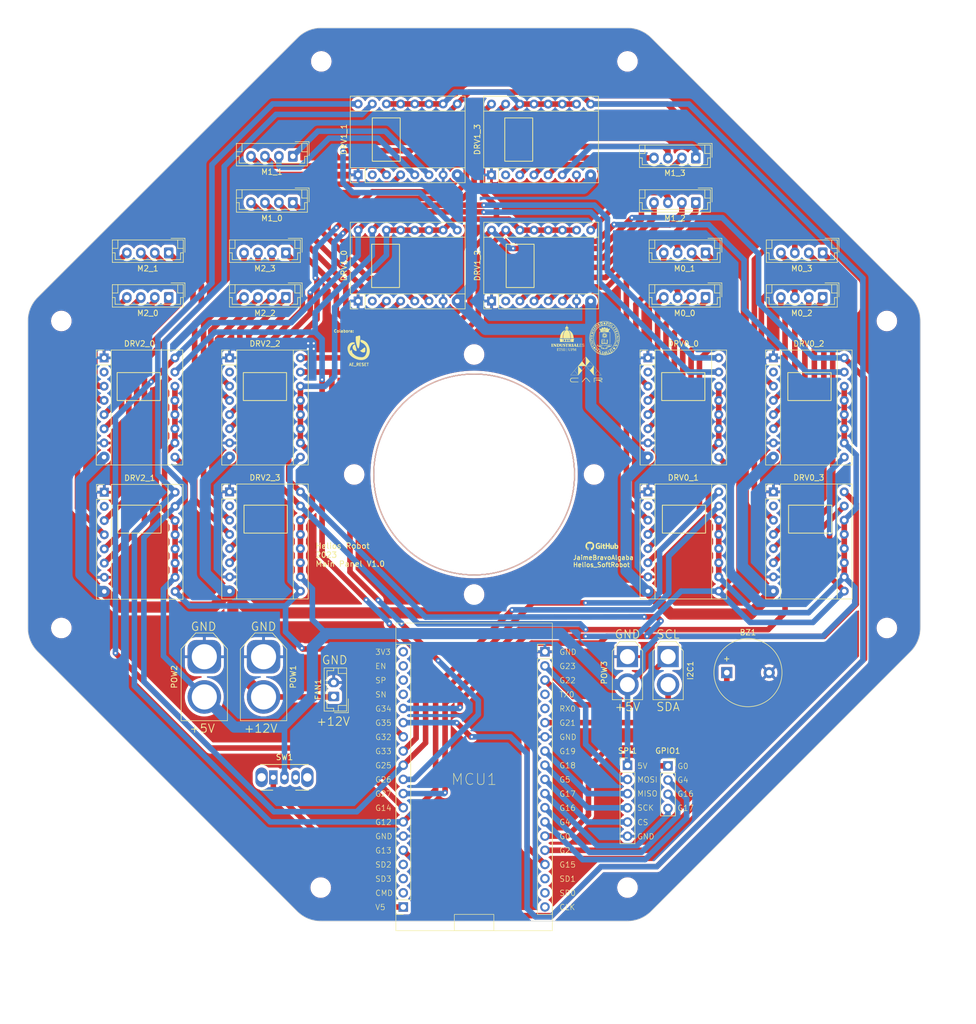
<source format=kicad_pcb>
(kicad_pcb (version 20221018) (generator pcbnew)
  (layers (0 "F.Cu" signal) (31 "B.Cu" signal) (34 "B.Paste" user) (35 "F.Paste" user) (36 "B.SilkS" user "B.Silkscreen") (37 "F.SilkS" user "F.Silkscreen") (38 "B.Mask" user) (39 "F.Mask" user) (44 "Edge.Cuts" user))
  (net 0 "")
  (net 1 "BUZZ")
  (net 2 "GND")
  (net 4 "Net-(DRV0_1-A2)")
  (net 5 "Net-(DRV0_1-A1)")
  (net 6 "Net-(DRV0_1-B1)")
  (net 7 "Net-(DRV0_1-B2)")
  (net 8 "+12V")
  (net 9 "EN0")
  (net 10 "+5V")
  (net 11 "S0")
  (net 12 "D0")
  (net 14 "Net-(DRV0_2-A2)")
  (net 15 "Net-(DRV0_2-A1)")
  (net 16 "Net-(DRV0_2-B1)")
  (net 17 "Net-(DRV0_2-B2)")
  (net 18 "EN1")
  (net 20 "Net-(DRV0_3-A2)")
  (net 21 "Net-(DRV0_3-A1)")
  (net 22 "Net-(DRV0_3-B1)")
  (net 23 "Net-(DRV0_3-B2)")
  (net 24 "EN2")
  (net 25 "Net-(DRV0_0-B2)")
  (net 26 "Net-(DRV0_0-B1)")
  (net 27 "Net-(DRV0_0-A1)")
  (net 28 "Net-(DRV0_0-A2)")
  (net 30 "S1")
  (net 31 "D1")
  (net 32 "Net-(DRV1_0-B2)")
  (net 33 "Net-(DRV1_0-B1)")
  (net 34 "Net-(DRV1_0-A1)")
  (net 35 "Net-(DRV1_0-A2)")
  (net 38 "Net-(DRV1_1-A2)")
  (net 39 "Net-(DRV1_1-A1)")
  (net 40 "Net-(DRV1_1-B1)")
  (net 41 "Net-(DRV1_1-B2)")
  (net 43 "Net-(DRV1_2-A2)")
  (net 44 "Net-(DRV1_2-A1)")
  (net 45 "Net-(DRV1_2-B1)")
  (net 46 "Net-(DRV1_2-B2)")
  (net 47 "S2")
  (net 48 "D2")
  (net 50 "Net-(DRV1_3-A2)")
  (net 51 "Net-(DRV1_3-A1)")
  (net 52 "Net-(DRV1_3-B1)")
  (net 53 "Net-(DRV1_3-B2)")
  (net 54 "Net-(DRV2_0-B2)")
  (net 55 "Net-(DRV2_0-B1)")
  (net 56 "Net-(DRV2_0-A1)")
  (net 57 "Net-(DRV2_0-A2)")
  (net 60 "Net-(DRV2_1-A2)")
  (net 61 "Net-(DRV2_1-A1)")
  (net 62 "Net-(DRV2_1-B1)")
  (net 63 "Net-(DRV2_1-B2)")
  (net 64 "S3")
  (net 65 "D3")
  (net 67 "Net-(DRV2_2-A2)")
  (net 68 "Net-(DRV2_2-A1)")
  (net 69 "Net-(DRV2_2-B1)")
  (net 70 "Net-(DRV2_2-B2)")
  (net 72 "Net-(DRV2_3-A2)")
  (net 73 "Net-(DRV2_3-A1)")
  (net 74 "Net-(DRV2_3-B1)")
  (net 75 "Net-(DRV2_3-B2)")
  (net 76 "Net-(GPIO1-Pin_1)")
  (net 77 "Net-(GPIO1-Pin_2)")
  (net 78 "Net-(GPIO1-Pin_3)")
  (net 79 "Net-(GPIO1-Pin_4)")
  (net 80 "SDA")
  (net 81 "SCL")
  (net 89 "Net-(MCU1-V5)")
  (net 90 "MOSI")
  (net 93 "MISO")
  (net 94 "SCK")
  (net 95 "CS")
  (footprint "XTConnectors:XT60-M_1x02_P7.20mm_Vertical" (layer "F.Cu") (at 72.25 132.65 -90)
    (fp_text reference "POW1")
    (fp_text value "12VDC")
  )
  (footprint "Module:Pololu_Breakout-16_15.2x20.3mm" (layer "F.Cu") (at 89.2048 46.3196 90)
    (fp_text reference "DRV1_1")
    (fp_text value "Pololu_Breakout_DRV8825")
  )
  (footprint "MountingHole:MountingHole_3.2mm_M3" (layer "F.Cu") (at 82.5 174)
    (fp_text reference "H9" hide)
    (fp_text value "MountingHole")
  )
  (footprint "MountingHole:MountingHole_3.2mm_M3" (layer "F.Cu") (at 184 127.5)
    (fp_text reference "H7" hide)
    (fp_text value "MountingHole")
  )
  (footprint "LOGO" (layer "F.Cu") (at 89.3 77.3)
    (fp_text reference "G***" hide)
    (fp_text value "LOGO" hide)
  )
  (footprint "Connector_JST:JST_EH_B4B-EH-A_1x04_P2.50mm_Vertical" (layer "F.Cu") (at 151.5 60.3 180)
    (fp_text reference "M0_1")
    (fp_text value "Conn_01x04_Pin")
  )
  (footprint "Connector_JST:JST_EH_B4B-EH-A_1x04_P2.50mm_Vertical" (layer "F.Cu") (at 149.75 43.3 180)
    (fp_text reference "M1_3")
    (fp_text value "Conn_01x04_Pin")
  )
  (footprint "Module:Pololu_Breakout-16_15.2x20.3mm" (layer "F.Cu") (at 66.16 79.11)
    (fp_text reference "DRV2_2")
    (fp_text value "Pololu_Breakout_DRV8825")
  )
  (footprint "MountingHole:MountingHole_3.2mm_M3" (layer "F.Cu") (at 137.5 174)
    (fp_text reference "H8" hide)
    (fp_text value "MountingHole")
  )
  (footprint "Connector_JST:JST_EH_B4B-EH-A_1x04_P2.50mm_Vertical" (layer "F.Cu") (at 172.5 60.3 180)
    (fp_text reference "M0_3")
    (fp_text value "Conn_01x04_Pin")
  )
  (footprint "LOGO" (layer "F.Cu") (at 130.1 81.2)
    (fp_text reference "G***" hide)
    (fp_text value "LOGO" hide)
  )
  (footprint "Connector_JST:JST_EH_B4B-EH-A_1x04_P2.50mm_Vertical" (layer "F.Cu") (at 55.25 68.3 180)
    (fp_text reference "M2_0")
    (fp_text value "Conn_01x04_Pin")
  )
  (footprint "Connector_JST:JST_EH_B4B-EH-A_1x04_P2.50mm_Vertical" (layer "F.Cu") (at 151.5 68.3 180)
    (fp_text reference "M0_0")
    (fp_text value "Conn_01x04_Pin")
  )
  (footprint "Module:Pololu_Breakout-16_15.2x20.3mm" (layer "F.Cu") (at 66.16 103.11)
    (fp_text reference "DRV2_3")
    (fp_text value "Pololu_Breakout_DRV8825")
  )
  (footprint "XTConnectors:XT30U-F_1x02_P5.0mm_Vertical" (layer "F.Cu") (at 144.78 132.628 -90)
    (fp_text reference "I2C1")
    (fp_text value "I2C1")
  )
  (footprint "XTConnectors:XT60-M_1x02_P7.20mm_Vertical" (layer "F.Cu") (at 61.632 132.65 -90)
    (fp_text reference "POW2")
    (fp_text value "5VDC")
  )
  (footprint "Button_Switch_THT:SW_CuK_OS102011MA1QN1_SPDT_Angled" (layer "F.Cu") (at 74 154.25)
    (fp_text reference "SW1")
    (fp_text value "SW_SPDT")
  )
  (footprint "Connector_JST:JST_EH_B2B-EH-A_1x02_P2.50mm_Vertical" (layer "F.Cu") (at 84.832 139.764 90)
    (fp_text reference "FAN1")
    (fp_text value "12VDC")
  )
  (footprint "LOGO" (layer "F.Cu") (at 132.9 112.8)
    (fp_text reference "G***" hide)
    (fp_text value "LOGO" hide)
  )
  (footprint "Connector_JST:JST_EH_B4B-EH-A_1x04_P2.50mm_Vertical" (layer "F.Cu") (at 149.75 51.3 180)
    (fp_text reference "M1_2")
    (fp_text value "Conn_01x04_Pin")
  )
  (footprint "Module:Pololu_Breakout-16_15.2x20.3mm" (layer "F.Cu") (at 141.16 103.11)
    (fp_text reference "DRV0_1")
    (fp_text value "Pololu_Breakout_DRV8825")
  )
  (footprint "MountingHole:MountingHole_3.2mm_M3" (layer "F.Cu") (at 184 72.5)
    (fp_text reference "H6" hide)
    (fp_text value "MountingHole")
  )
  (footprint "Module:Pololu_Breakout-16_15.2x20.3mm" (layer "F.Cu") (at 89.2048 68.9256 90)
    (fp_text reference "DRV1_0")
    (fp_text value "Pololu_Breakout_DRV8825")
  )
  (footprint "Connector_JST:JST_EH_B4B-EH-A_1x04_P2.50mm_Vertical" (layer "F.Cu") (at 77.5 51.3 180)
    (fp_text reference "M1_0")
    (fp_text value "Conn_01x04_Pin")
  )
  (footprint "Connector_JST:JST_EH_B4B-EH-A_1x04_P2.50mm_Vertical" (layer "F.Cu") (at 172.5 68.3 180)
    (fp_text reference "M0_2")
    (fp_text value "Conn_01x04_Pin")
  )
  (footprint "LOGO" (layer "F.Cu") (at 126.754991 75.680036)
    (fp_text reference "G***" hide)
    (fp_text value "LOGO" hide)
  )
  (footprint "MountingHole:MountingHole_3.2mm_M3" (layer "F.Cu") (at 110 121.5)
    (fp_text reference "H3" hide)
    (fp_text value "MountingHole")
  )
  (footprint "Module:Pololu_Breakout-16_15.2x20.3mm" (layer "F.Cu") (at 163.66 79.11)
    (fp_text reference "DRV0_2")
    (fp_text value "Pololu_Breakout_DRV8825")
  )
  (footprint "Connector_JST:JST_EH_B4B-EH-A_1x04_P2.50mm_Vertical" (layer "F.Cu") (at 76.25 60.3 180)
    (fp_text reference "M2_3")
    (fp_text value "Conn_01x04_Pin")
  )
  (footprint "NodeMCU:NodeMCU" (layer "F.Cu") (at 110 154.616789)
    (fp_text reference "MCU1")
    (fp_text value "~")
  )
  (footprint "MountingHole:MountingHole_3.2mm_M3" (layer "F.Cu") (at 36 127.5)
    (fp_text reference "H10" hide)
    (fp_text value "MountingHole")
  )
  (footprint "Module:Pololu_Breakout-16_15.2x20.3mm" (layer "F.Cu") (at 43.698 103.1748)
    (fp_text reference "DRV2_1")
    (fp_text value "Pololu_Breakout_DRV8825")
  )
  (footprint "XTConnectors:XT30U-F_1x02_P5.0mm_Vertical" (layer "F.Cu") (at 137.5 132.628 -90)
    (fp_text reference "POW3")
    (fp_text value "5VDC")
  )
  (footprint "Connector_PinHeader_2.54mm:PinHeader_1x06_P2.54mm_Vertical" (layer "F.Cu") (at 137.5 152.0952)
    (fp_text reference "SPI1")
    (fp_text value "Conn_01x06_Pin")
  )
  (footprint "Connector_JST:JST_EH_B4B-EH-A_1x04_P2.50mm_Vertical" (layer "F.Cu") (at 76.25 68.3 180)
    (fp_text reference "M2_2")
    (fp_text value "Conn_01x04_Pin")
  )
  (footprint "Module:Pololu_Breakout-16_15.2x20.3mm" (layer "F.Cu") (at 43.66 79.11)
    (fp_text reference "DRV2_0")
    (fp_text value "Pololu_Breakout_DRV8825")
  )
  (footprint "MountingHole:MountingHole_3.2mm_M3" (layer "F.Cu") (at 131.5 100)
    (fp_text reference "H2" hide)
    (fp_text value "MountingHole")
  )
  (footprint "Module:Pololu_Breakout-16_15.2x20.3mm" (layer "F.Cu") (at 141.16 79.11)
    (fp_text reference "DRV0_0")
    (fp_text value "Pololu_Breakout_DRV8825")
  )
  (footprint "MountingHole:MountingHole_3.2mm_M3" (layer "F.Cu") (at 110 78.5)
    (fp_text reference "H1" hide)
    (fp_text value "MountingHole")
  )
  (footprint "Module:Pololu_Breakout-16_15.2x20.3mm" (layer "F.Cu") (at 113.1316 68.9256 90)
    (fp_text reference "DRV1_2")
    (fp_text value "Pololu_Breakout_DRV8825")
  )
  (footprint "MountingHole:MountingHole_3.2mm_M3" (layer "F.Cu") (at 88.5 100)
    (fp_text reference "H4" hide)
    (fp_text value "MountingHole")
  )
  (footprint "Connector_JST:JST_EH_B4B-EH-A_1x04_P2.50mm_Vertical" (layer "F.Cu") (at 55.25 60.3 180)
    (fp_text reference "M2_1")
    (fp_text value "Conn_01x04_Pin")
  )
  (footprint "Buzzer_Beeper:Buzzer_12x9.5RM7.6" (layer "F.Cu") (at 155.3 135.5)
    (fp_text reference "BZ1")
    (fp_text value "Buzzer")
  )
  (footprint "Connector_JST:JST_EH_B4B-EH-A_1x04_P2.50mm_Vertical" (layer "F.Cu") (at 77.5 43 180)
    (fp_text reference "M1_1")
    (fp_text value "Conn_01x04_Pin")
  )
  (footprint "MountingHole:MountingHole_3.2mm_M3" (layer "F.Cu") (at 82.6 26)
    (fp_text reference "H12" hide)
    (fp_text value "MountingHole")
  )
  (footprint "Module:Pololu_Breakout-16_15.2x20.3mm" (layer "F.Cu") (at 163.66 103.11)
    (fp_text reference "DRV0_3")
    (fp_text value "Pololu_Breakout_DRV8825")
  )
  (footprint "MountingHole:MountingHole_3.2mm_M3" (layer "F.Cu") (at 137.5 26)
    (fp_text reference "H5" hide)
    (fp_text value "MountingHole")
  )
  (footprint "LOGO" (layer "F.Cu") (at 133.4 75.6)
    (fp_text reference "G***" hide)
    (fp_text value "LOGO" hide)
  )
  (footprint "Connector_PinSocket_2.54mm:PinSocket_1x04_P2.54mm_Vertical" (layer "F.Cu") (at 144.755 152.2)
    (fp_text reference "GPIO1")
    (fp_text value "Conn_01x04_Pin")
  )
  (footprint "MountingHole:MountingHole_3.2mm_M3" (layer "F.Cu") (at 36 72.5)
    (fp_text reference "H11" hide)
    (fp_text value "MountingHole")
  )
  (footprint "Module:Pololu_Breakout-16_15.2x20.3mm" (layer "F.Cu") (at 113.11 46.34 90)
    (fp_text reference "DRV1_3")
    (fp_text value "Pololu_Breakout_DRV8825")
  )
  (gr_circle (center 110 100) (end 128 100) (stroke (width 0.2)) (fill none) (layer "F.Cu"))
  (gr_circle (center 110 100) (end 128 100) (stroke (width 0.2)) (fill none) (layer "B.Cu"))
  (gr_circle (center 110 100) (end 128 100) (stroke (width 0.15)) (fill none) (layer "B.SilkS"))
  (gr_rect (start 143.75 105.5) (end 151.5 110.5) (stroke (width 0.15)) (fill none) (layer "F.SilkS"))
  (gr_rect (start 91.75 36.125) (end 96.75 43.875) (stroke (width 0.15)) (fill none) (layer "F.SilkS"))
  (gr_rect (start 166.375 105.5) (end 174.125 110.5) (stroke (width 0.15)) (fill none) (layer "F.SilkS"))
  (gr_rect (start 91.625 58.75) (end 96.625 66.5) (stroke (width 0.15)) (fill none) (layer "F.SilkS"))
  (gr_rect (start 46 81.75) (end 53.75 86.75) (stroke (width 0.15)) (fill none) (layer "F.SilkS"))
  (gr_rect (start 46.125 105.5) (end 53.875 110.5) (stroke (width 0.15)) (fill none) (layer "F.SilkS"))
  (gr_rect (start 115.5 36.125) (end 120.5 43.875) (stroke (width 0.15)) (fill none) (layer "F.SilkS"))
  (gr_rect (start 68.75 105.5) (end 76.5 110.5) (stroke (width 0.15)) (fill none) (layer "F.SilkS"))
  (gr_circle (center 110 100) (end 128 100) (stroke (width 0.15)) (fill none) (layer "F.SilkS"))
  (gr_rect (start 143.625 81.75) (end 151.375 86.75) (stroke (width 0.15)) (fill none) (layer "F.SilkS"))
  (gr_rect (start 68.625 81.75) (end 76.375 86.75) (stroke (width 0.15)) (fill none) (layer "F.SilkS"))
  (gr_rect (start 115.75 58.75) (end 120.75 66.5) (stroke (width 0.15)) (fill none) (layer "F.SilkS"))
  (gr_rect (start 166.25 81.75) (end 174 86.75) (stroke (width 0.15)) (fill none) (layer "F.SilkS"))
  (gr_arc (start 190 127.5) (mid 189.543277 129.796101) (end 188.242641 131.742641) (stroke (width 0.1)) (layer "Edge.Cuts"))
  (gr_arc (start 78.357359 21.757359) (mid 80.303899 20.456722) (end 82.6 20) (stroke (width 0.1)) (layer "Edge.Cuts"))
  (gr_arc (start 188.242641 68.257359) (mid 189.543278 70.203899) (end 190 72.5) (stroke (width 0.1)) (layer "Edge.Cuts"))
  (gr_line (start 190 72.5) (end 190 127.5) (stroke (width 0.1)) (layer "Edge.Cuts"))
  (gr_arc (start 30 72.5) (mid 30.456723 70.203899) (end 31.757359 68.257359) (stroke (width 0.1)) (layer "Edge.Cuts"))
  (gr_line (start 141.742641 21.757359) (end 188.242641 68.257359) (stroke (width 0.1)) (layer "Edge.Cuts"))
  (gr_arc (start 141.742641 178.242641) (mid 139.796101 179.543278) (end 137.5 180) (stroke (width 0.1)) (layer "Edge.Cuts"))
  (gr_line (start 137.5 180) (end 82.5 180) (stroke (width 0.1)) (layer "Edge.Cuts"))
  (gr_line (start 188.242641 131.742641) (end 141.742641 178.242641) (stroke (width 0.1)) (layer "Edge.Cuts"))
  (gr_line (start 30 127.5) (end 30 72.5) (stroke (width 0.1)) (layer "Edge.Cuts"))
  (gr_line (start 82.6 20) (end 137.5 20) (stroke (width 0.1)) (layer "Edge.Cuts"))
  (gr_arc (start 31.757359 131.742641) (mid 30.456722 129.796101) (end 30 127.5) (stroke (width 0.1)) (layer "Edge.Cuts"))
  (gr_line (start 78.257359 178.242641) (end 31.757359 131.742641) (stroke (width 0.1)) (layer "Edge.Cuts"))
  (gr_line (start 31.757359 68.257359) (end 78.357359 21.757359) (stroke (width 0.1)) (layer "Edge.Cuts"))
  (gr_arc (start 82.5 180) (mid 80.203899 179.543277) (end 78.257359 178.242641) (stroke (width 0.1)) (layer "Edge.Cuts"))
  (gr_arc (start 137.5 20) (mid 139.796101 20.456723) (end 141.742641 21.757359) (stroke (width 0.1)) (layer "Edge.Cuts"))
  (gr_text "SCK" (at 139.2 160.3) (layer "F.SilkS") (effects (font (size 1 1) (thickness 0.1)) (justify left bottom)))
  (gr_text "CS" (at 139.2 162.9) (layer "F.SilkS") (effects (font (size 1 1) (thickness 0.1)) (justify left bottom)))
  (gr_text "G16" (at 146.4 157.8) (layer "F.SilkS") (effects (font (size 1 1) (thickness 0.1)) (justify left bottom)))
  (gr_text "+12V" (at 84.75 144.25) (layer "F.SilkS") (effects (font (size 1.5 1.5))))
  (gr_text "Colabora:" (at 84.8 74.6) (layer "F.SilkS") (effects (font (size 0.5 0.5) (thickness 0.1) bold) (justify left bottom)))
  (gr_text "MOSI" (at 139.2 155.26) (layer "F.SilkS") (effects (font (size 1 1) (thickness 0.1)) (justify left bottom)))
  (gr_text "+5V" (at 61.25 145.5) (layer "F.SilkS") (effects (font (size 1.5 1.5))))
  (gr_text "GND" (at 139.2 165.44) (layer "F.SilkS") (effects (font (size 1 1) (thickness 0.1)) (justify left bottom)))
  (gr_text "+12V" (at 71.75 145.5) (layer "F.SilkS") (effects (font (size 1.5 1.5))))
  (gr_text "GND" (at 72.25 127.25) (layer "F.SilkS") (effects (font (size 1.5 1.5))))
  (gr_text "G0" (at 146.4 152.84) (layer "F.SilkS") (effects (font (size 1 1) (thickness 0.1)) (justify left bottom)))
  (gr_text "GND" (at 85 133.25) (layer "F.SilkS") (effects (font (size 1.5 1.5))))
  (gr_text "5V" (at 139.2 152.8) (layer "F.SilkS") (effects (font (size 1 1) (thickness 0.1)) (justify left bottom)))
  (gr_text "AE_RESET" (at 87.522 80.602) (layer "F.SilkS") (effects (font (size 0.5 0.5) (thickness 0.1) bold) (justify left bottom)))
  (gr_text "JaimeBravoAlgaba\nHelios_SoftRobot" (at 127.6644 115.5352) (layer "F.SilkS") (effects (font (size 0.8 0.8)) (justify left)))
  (gr_text "Helios Robot\n2023\nMain Panel V1.0" (at 81.5 116.6) (layer "F.SilkS") (effects (font (size 1 1)) (justify left bottom)))
  (gr_text "G17\n" (at 146.4 160.34) (layer "F.SilkS") (effects (font (size 1 1) (thickness 0.1)) (justify left bottom)))
  (gr_text "GND" (at 61.5 127.25) (layer "F.SilkS") (effects (font (size 1.5 1.5))))
  (gr_text "MISO" (at 139.2 157.76) (layer "F.SilkS") (effects (font (size 1 1) (thickness 0.1)) (justify left bottom)))
  (gr_text "G4" (at 146.4 155.3) (layer "F.SilkS") (effects (font (size 1 1) (thickness 0.1)) (justify left bottom)))
  (segment (start 155.3 153.45) (end 141.433211 167.316789) (width 1) (layer "F.Cu") (net 1))
  (segment (start 141.433211 167.316789) (end 122.7 167.316789) (width 1) (layer "F.Cu") (net 1))
  (segment (start 155.3 135.5) (end 155.3 153.45) (width 1) (layer "F.Cu") (net 1))
  (via (at 81.25 77.5) (size 0.8) (drill 0.4) (layers "F.Cu" "B.Cu") (net 2))
  (via (at 80.25 76.5) (size 0.8) (drill 0.4) (layers "F.Cu" "B.Cu") (net 2))
  (via (at 80.2 77.5) (size 0.8) (drill 0.4) (layers "F.Cu" "B.Cu") (net 2))
  (via (at 81.25 76.5) (size 0.8) (drill 0.4) (layers "F.Cu" "B.Cu") (net 2))
  (segment (start 143.694112 58.25) (end 137.3 64.644112) (width 1) (layer "F.Cu") (net 4))
  (segment (start 146.5 59) (end 145.75 58.25) (width 1) (layer "F.Cu") (net 4))
  (segment (start 137.3 64.644112) (end 137.3 104.33) (width 1) (layer "F.Cu") (net 4))
  (segment (start 145.75 58.25) (end 143.694112 58.25) (width 1) (layer "F.Cu") (net 4))
  (segment (start 137.3 104.33) (end 141.16 108.19) (width 1) (layer "F.Cu") (net 4))
  (segment (start 146.5 60.3) (end 146.5 59) (width 1) (layer "F.Cu") (net 4))
  (segment (start 145.9 63.9) (end 150.65 63.9) (width 1) (layer "F.Cu") (net 5))
  (segment (start 147.4 104.49) (end 141.16 110.73) (width 1) (layer "F.Cu") (net 5))
  (segment (start 150.65 63.9) (end 154 67.25) (width 1) (layer "F.Cu") (net 5))
  (segment (start 154 69.5) (end 147.4 76.1) (width 1) (layer "F.Cu") (net 5))
  (segment (start 144 62) (end 145.9 63.9) (width 1) (layer "F.Cu") (net 5))
  (segment (start 147.4 76.1) (end 147.4 104.49) (width 1) (layer "F.Cu") (net 5))
  (segment (start 154 67.25) (end 154 69.5) (width 1) (layer "F.Cu") (net 5))
  (segment (start 144 60.3) (end 144 62) (width 1) (layer "F.Cu") (net 5))
  (segment (start 155.4 66.9) (end 155.4 71.3) (width 1) (layer "F.Cu") (net 6))
  (segment (start 149 60.3) (end 149 60.5) (width 1) (layer "F.Cu") (net 6))
  (segment (start 155.4 71.3) (end 148.9 77.8) (width 1) (layer "F.Cu") (net 6))
  (segment (start 149 60.5) (end 155.4 66.9) (width 1) (layer "F.Cu") (net 6))
  (segment (start 148.9 77.8) (end 148.9 105.53) (width 1) (layer "F.Cu") (net 6))
  (segment (start 148.9 105.53) (end 141.16 113.27) (width 1) (layer "F.Cu") (net 6))
  (segment (start 156.8 73) (end 150.4 79.4) (width 1) (layer "F.Cu") (net 7))
  (segment (start 150.4 79.4) (end 150.4 106.57) (width 1) (layer "F.Cu") (net 7))
  (segment (start 151.5 60.3) (end 156.8 65.6) (width 1) (layer "F.Cu") (net 7))
  (segment (start 156.8 65.6) (end 156.8 73) (width 1) (layer "F.Cu") (net 7))
  (segment (start 150.4 106.57) (end 141.16 115.81) (width 1) (layer "F.Cu") (net 7))
  (segment (start 66.75 134.35) (end 72.25 139.85) (width 2) (layer "F.Cu") (net 8))
  (segment (start 84.674031 139.764) (end 84.832 139.764) (width 1) (layer "F.Cu") (net 8))
  (segment (start 66.16 120.89) (end 63.3 123.75) (width 2) (layer "F.Cu") (net 8))
  (segment (start 113.3 124.8) (end 117.21 120.89) (width 2) (layer "F.Cu") (net 8))
  (segment (start 46.4932 123.75) (end 43.698 120.9548) (width 2) (layer "F.Cu") (net 8))
  (segment (start 145.27 125) (end 141.16 120.89) (width 2) (layer "F.Cu") (net 8))
  (segment (start 84.832 139.764) (end 84.746 139.85) (width 1) (layer "F.Cu") (net 8))
  (segment (start 159.55 125) (end 145.27 125) (width 2) (layer "F.Cu") (net 8))
  (segment (start 117.21 120.89) (end 141.16 120.89) (width 2) (layer "F.Cu") (net 8))
  (segment (start 66.16 120.89) (end 66.75 121.48) (width 2) (layer "F.Cu") (net 8))
  (segment (start 66.16 120.89) (end 70.07 124.8) (width 2) (layer "F.Cu") (net 8))
  (segment (start 63.3 123.75) (end 46.4932 123.75) (width 2) (layer "F.Cu") (net 8))
  (segment (start 84.746 139.85) (end 72.25 139.85) (width 1) (layer "F.Cu") (net 8))
  (segment (start 84.588031 139.85) (end 84.674031 139.764) (width 1) (layer "F.Cu") (net 8))
  (segment (start 70.07 124.8) (end 113.3 124.8) (width 2) (layer "F.Cu") (net 8))
  (segment (start 163.66 120.89) (end 159.55 125) (width 2) (layer "F.Cu") (net 8))
  (segment (start 66.75 121.48) (end 66.75 134.35) (width 2) (layer "F.Cu") (net 8))
  (segment (start 109.5 48.8348) (end 109.5 66.4104) (width 2) (layer "B.Cu") (net 8))
  (segment (start 66.16 120.89) (end 65.02863 120.89) (width 2) (layer "B.Cu") (net 8))
  (segment (start 130.9116 87.77297) (end 130.9116 74) (width 2) (layer "B.Cu") (net 8))
  (segment (start 61.8 117.66137) (end 61.8 101.25) (width 2) (layer "B.Cu") (net 8))
  (segment (start 163.66 120.89) (end 162.52863 120.89) (width 2) (layer "B.Cu") (net 8))
  (segment (start 42.56663 120.9548) (end 43.698 120.9548) (width 2) (layer "B.Cu") (net 8))
  (segment (start 158.1 102.45) (end 163.66 96.89) (width 2) (layer "B.Cu") (net 8))
  (segment (start 137.25 100.8) (end 141.16 96.89) (width 2) (layer "B.Cu") (net 8))
  (segment (start 130.89 47.47137) (end 129.61137 48.75) (width 2) (layer "B.Cu") (net 8))
  (segment (start 39.5 101.05) (end 39.5 117.88817) (width 2) (layer "B.Cu") (net 8))
  (segment (start 109.5 66.4104) (end 106.9848 68.9256) (width 2) (layer "B.Cu") (net 8))
  (segment (start 65.02863 120.89) (end 61.8 117.66137) (width 2) (layer "B.Cu") (net 8))
  (segment (start 140.871572 120.89) (end 137.25 117.268428) (width 2) (layer "B.Cu") (net 8))
  (segment (start 106.9848 46.3196) (end 109.5 48.8348) (width 2) (layer "B.Cu") (net 8))
  (segment (start 158.1 116.46137) (end 158.1 102.45) (width 2) (layer "B.Cu") (net 8))
  (segment (start 129.61137 48.75) (end 109.5848 48.75) (width 2) (layer "B.Cu") (net 8))
  (segment (start 61.8 101.25) (end 66.16 96.89) (width 2) (layer "B.Cu") (net 8))
  (segment (start 162.52863 120.89) (end 158.1 116.46137) (width 2) (layer "B.Cu") (net 8))
  (segment (start 43.66 96.89) (end 39.5 101.05) (width 2) (layer "B.Cu") (net 8))
  (segment (start 141.16 96.89) (end 140.02863 96.89) (width 2) (layer "B.Cu") (net 8))
  (segment (start 140.02863 96.89) (end 130.9116 87.77297) (width 2) (layer "B.Cu") (net 8))
  (segment (start 141.16 120.89) (end 140.871572 120.89) (width 2) (layer "B.Cu") (net 8))
  (segment (start 130.89 46.34) (end 130.89 47.47137) (width 2) (layer "B.Cu") (net 8))
  (segment (start 137.25 117.268428) (end 137.25 100.8) (width 2) (layer "B.Cu") (net 8))
  (segment (start 112.0592 74) (end 130.9116 74) (width 2) (layer "B.Cu") (net 8))
  (segment (start 39.5 117.88817) (end 42.56663 120.9548) (width 2) (layer "B.Cu") (net 8))
  (segment (start 130.9116 74) (end 130.9116 68.9256) (width 2) (layer "B.Cu") (net 8))
  (segment (start 106.9848 68.9256) (end 112.0592 74) (width 2) (layer "B.Cu") (net 8))
  (segment (start 109.5848 48.75) (end 109.5 48.8348) (width 2) (layer "B.Cu") (net 8))
  (segment (start 176.36 120.89) (end 173.728528 118.258528) (width 1) (layer "F.Cu") (net 9))
  (segment (start 156 118.75) (end 156 99.03) (width 1) (layer "F.Cu") (net 9))
  (segment (start 107.5 140.6) (end 107.5 141.75) (width 1) (layer "F.Cu") (net 9))
  (segment (start 156 99.03) (end 153.86 96.89) (width 1) (layer "F.Cu") (net 9))
  (segment (start 153.86 120.89) (end 156 118.75) (width 1) (layer "F.Cu") (net 9))
  (segment (start 130 129) (end 119.1 129) (width 1) (layer "F.Cu") (net 9))
  (segment (start 119.1 129) (end 107.5 140.6) (width 1) (layer "F.Cu") (net 9))
  (segment (start 173.728528 118.258528) (end 173.728528 110.521472) (width 1) (layer "F.Cu") (net 9))
  (segment (start 173.728528 110.521472) (end 173.75 110.5) (width 1) (layer "F.Cu") (net 9))
  (via (at 173.75 110.5) (size 0.8) (drill 0.4) (layers "F.Cu" "B.Cu") (net 9))
  (via (at 107.5 141.75) (size 0.8) (drill 0.4) (layers "F.Cu" "B.Cu") (net 9))
  (via (at 130 129) (size 0.8) (drill 0.4) (layers "F.Cu" "B.Cu") (net 9))
  (segment (start 97.3 141.916789) (end 107.333211 141.916789) (width 1) (layer "B.Cu") (net 9))
  (segment (start 170.75 126.5) (end 176.36 120.89) (width 1) (layer "B.Cu") (net 9))
  (segment (start 147.11 120.89) (end 143.5 124.5) (width 1) (layer "B.Cu") (net 9))
  (segment (start 143.5 124.5) (end 139 129) (width 1) (layer "B.Cu") (net 9))
  (segment (start 139 129) (end 130 129) (width 1) (layer "B.Cu") (net 9))
  (segment (start 107.333211 141.916789) (end 107.5 141.75) (width 1) (layer "B.Cu") (net 9))
  (segment (start 153.86 120.89) (end 159.47 126.5) (width 1) (layer "B.Cu") (net 9))
  (segment (start 173.75 110.5) (end 173.75 99.5) (width 1) (layer "B.Cu") (net 9))
  (segment (start 173.75 99.5) (end 176.36 96.89) (width 1) (layer "B.Cu") (net 9))
  (segment (start 159.47 126.5) (end 170.75 126.5) (width 1) (layer "B.Cu") (net 9))
  (segment (start 153.86 120.89) (end 147.11 120.89) (width 1) (layer "B.Cu") (net 9))
  (segment (start 120.73 33.64) (end 118.19 33.64) (width 1) (layer "F.Cu") (net 10))
  (segment (start 176.36 91.81) (end 176.36 89.27) (width 1) (layer "F.Cu") (net 10))
  (segment (start 56.36 91.81) (end 56.36 89.27) (width 1) (layer "F.Cu") (net 10))
  (segment (start 78.86 108.19) (end 81 106.05) (width 1) (layer "F.Cu") (net 10))
  (segment (start 128.35 33.64) (end 125.81 33.64) (width 1) (layer "F.Cu") (net 10))
  (segment (start 176.36 110.73) (end 176.36 108.19) (width 1) (layer "F.Cu") (net 10))
  (segment (start 56.36 94.35) (end 56.36 91.81) (width 1) (layer "F.Cu") (net 10))
  (segment (start 114 54.25) (end 110 54.25) (width 1) (layer "F.Cu") (net 10))
  (segment (start 54.5 106.3568) (end 54.5 96.21) (width 1) (layer "F.Cu") (net 10))
  (segment (start 153.86 110.73) (end 153.86 108.19) (width 1) (layer "F.Cu") (net 10))
  (segment (start 106.4204 54.25) (end 104.4448 56.2256) (width 1) (layer "F.Cu") (net 10))
  (segment (start 153.86 91.81) (end 153.86 89.27) (width 1) (layer "F.Cu") (net 10))
  (segment (start 120.7516 56.2256) (end 118.2116 56.2256) (width 1) (layer "F.Cu") (net 10))
  (segment (start 153.86 113.27) (end 153.86 110.73) (width 1) (layer "F.Cu") (net 10))
  (segment (start 56.398 108.2548) (end 54.5 106.3568) (width 1) (layer "F.Cu") (net 10))
  (segment (start 96.8248 33.6196) (end 94.2848 33.6196) (width 1) (layer "F.Cu") (net 10))
  (segment (start 78.86 89.27) (end 78.86 86.73) (width 1) (layer "F.Cu") (net 10))
  (segment (start 111.5 40.33) (end 111.5 49.5) (width 1) (layer "F.Cu") (net 10))
  (segment (start 153.86 86.73) (end 153.86 84.19) (width 1) (layer "F.Cu") (net 10))
  (segment (start 54.5 96.21) (end 56.36 94.35) (width 1) (layer "F.Cu") (net 10))
  (segment (start 101.9048 33.6196) (end 99.3648 33.6196) (width 1) (layer "F.Cu") (net 10))
  (segment (start 110 54.25) (end 106.4204 54.25) (width 1) (layer "F.Cu") (net 10))
  (segment (start 78.86 94.35) (end 78.86 91.81) (width 1) (layer "F.Cu") (net 10))
  (segment (start 176.36 89.27) (end 176.36 86.73) (width 1) (layer "F.Cu") (net 10))
  (segment (start 111.5 49.5) (end 114 52) (width 1) (layer "F.Cu") (net 10))
  (segment (start 56.36 89.27) (end 56.36 86.73) (width 1) (layer "F.Cu") (net 10))
  (segment (start 99.3648 56.2256) (end 96.8248 56.2256) (width 1) (layer "F.Cu") (net 10))
  (segment (start 56.398 110.7948) (end 56.398 108.2548) (width 1) (layer "F.Cu") (net 10))
  (segment (start 176.36 113.27) (end 176.36 110.73) (width 1) (layer "F.Cu") (net 10))
  (segment (start 153.86 89.27) (end 153.86 86.73) (width 1) (layer "F.Cu") (net 10))
  (segment (start 78.86 115.81) (end 78.86 113.27) (width 1) (layer "F.Cu") (net 10))
  (segment (start 128.3716 56.2256) (end 125.8316 56.2256) (width 1) (layer "F.Cu") (net 10))
  (segment (start 123.27 33.64) (end 120.73 33.64) (width 1) (layer "F.Cu") (net 10))
  (segment (start 125.8316 56.2256) (end 123.2916 56.2256) (width 1) (layer "F.Cu") (net 10))
  (segment (start 153.86 115.81) (end 153.86 113.27) (width 1) (layer "F.Cu") (net 10))
  (segment (start 176.36 115.81) (end 176.36 113.27) (width 1) (layer "F.Cu") (net 10))
  (segment (start 176.36 86.73) (end 176.36 84.19) (width 1) (layer "F.Cu") (net 10))
  (segment (start 104.4448 33.6196) (end 101.9048 33.6196) (width 1) (layer "F.Cu") (net 10))
  (segment (start 78.86 113.27) (end 78.86 110.73) (width 1) (layer "F.Cu") (net 10))
  (segment (start 81 96.49) (end 78.86 94.35) (width 1) (layer "F.Cu") (net 10))
  (segment (start 123.2916 56.2256) (end 120.7516 56.2256) (width 1) (layer "F.Cu") (net 10))
  (segment (start 153.86 108.19) (end 152 106.33) (width 1) (layer "F.Cu") (net 10))
  (segment (start 101.9048 56.2256) (end 99.3648 56.2256) (width 1) (layer "F.Cu") (net 10))
  (segment (start 125.81 33.64) (end 123.27 33.64) (width 1) (layer "F.Cu") (net 10))
  (segment (start 78.86 86.73) (end 78.86 84.19) (width 1) (layer "F.Cu") (net 10))
  (segment (start 153.86 94.35) (end 153.86 91.81) (width 1) (layer "F.Cu") (net 10))
  (segment (start 176.36 118.35) (end 176.36 115.81) (width 1) (layer "F.Cu") (net 10))
  (segment (start 56.398 118.4148) (end 56.398 115.8748) (width 1) (layer "F.Cu") (net 10))
  (segment (start 78.86 91.81) (end 78.86 89.27) (width 1) (layer "F.Cu") (net 10))
  (segment (start 56.36 86.73) (end 56.36 84.19) (width 1) (layer "F.Cu") (net 10))
  (segment (start 118.19 33.64) (end 111.5 40.33) (width 1) (layer "F.Cu") (net 10))
  (segment (start 153.86 118.35) (end 153.86 115.81) (width 1) (layer "F.Cu") (net 10))
  (segment (start 81 106.05) (end 81 96.49) (width 1) (layer "F.Cu") (net 10))
  (segment (start 116.236 54.25) (end 114 54.25) (width 1) (layer "F.Cu") (net 10))
  (segment (start 78.86 118.35) (end 78.86 115.81) (width 1) (layer "F.Cu") (net 10))
  (segment (start 118.2116 56.2256) (end 116.236 54.25) (width 1) (layer "F.Cu") (net 10))
  (segment (start 78.86 110.73) (end 78.86 108.19) (width 1) (layer "F.Cu") (net 10))
  (segment (start 56.398 113.3348) (end 56.398 110.7948) (width 1) (layer "F.Cu") (net 10))
  (segment (start 114 52) (end 114 54.25) (width 1) (layer "F.Cu") (net 10))
  (segment (start 152 96.21) (end 153.86 94.35) (width 1) (layer "F.Cu") (net 10))
  (segment (start 56.398 115.8748) (end 56.398 113.3348) (width 1) (layer "F.Cu") (net 10))
  (segment (start 176.36 94.35) (end 176.36 91.81) (width 1) (layer "F.Cu") (net 10))
  (segment (start 104.4448 56.2256) (end 101.9048 56.2256) (width 1) (layer "F.Cu") (net 10))
  (segment (start 152 106.33) (end 152 96.21) (width 1) (layer "F.Cu") (net 10))
  (segment (start 99.3648 33.6196) (end 96.8248 33.6196) (width 1) (layer "F.Cu") (net 10))
  (segment (start 96.8248 56.2256) (end 94.2848 56.2256) (width 1) (layer "F.Cu") (net 10))
  (segment (start 125.543573 128.5) (end 134.671573 137.628) (width 2) (layer "B.Cu") (net 10))
  (segment (start 81 126) (end 83 128) (width 1) (layer "B.Cu") (net 10))
  (segment (start 137.5 137.628) (end 140.25 134.878) (width 1) (layer "B.Cu") (net 10))
  (segment (start 143 129) (end 172.5 129) (width 1) (layer "B.Cu") (net 10))
  (segment (start 78.87 84.2) (end 78.86 84.19) (width 1) (layer "B.Cu") (net 10))
  (segment (start 61.632 139.85) (end 54.3 132.518) (width 1) (layer "B.Cu") (net 10))
  (segment (start 137.5 137.628) (end 137.5 152.0952) (width 1) (layer "B.Cu") (net 10))
  (segment (start 94.2848 56.2256) (end 94.2848 60.7152) (width 1) (layer "B.Cu") (net 10))
  (segment (start 78.86 118.35) (end 81 120.49) (width 1) (layer "B.Cu") (net 10))
  (segment (start 160.26 124.75) (end 169.96 124.75) (width 1) (layer "B.Cu") (net 10))
  (segment (start 81 120.49) (end 81 126) (width 1) (layer "B.Cu") (net 10))
  (segment (start 54.3 132.518) (end 54.3 120.5128) (width 1) (layer "B.Cu") (net 10))
  (segment (start 178.5 96.49) (end 176.36 94.35) (width 1) (layer "B.Cu") (net 10))
  (segment (start 81 131) (end 83 129) (width 2) (layer "B.Cu") (net 10))
  (segment (start 83 128) (end 83 129) (width 1) (layer "B.Cu") (net 10))
  (segment (start 81 139.75) (end 81 131) (width 2) (layer "B.Cu") (net 10))
  (segment (start 178.25 123.25) (end 178.25 120.24) (width 1) (layer "B.Cu") (net 10))
  (segment (start 83.5 128.5) (end 125.543573 128.5) (width 2) (layer "B.Cu") (net 10))
  (segment (start 85 70) (end 85 82.447056) (width 1) (layer "B.Cu") (net 10))
  (segment (start 116.05 31.5) (end 118.19 33.64) (width 1) (layer "B.Cu") (net 10))
  (segment (start 178.25 120.24) (end 176.36 118.35) (width 1) (layer "B.Cu") (net 10))
  (segment (start 169.96 124.75) (end 176.36 118.35) (width 1) (layer "B.Cu") (net 10))
  (segment (start 54.3 120.5128) (end 56.398 118.4148) (width 1) (layer "B.Cu") (net 10))
  (segment (start 178.5 106.05) (end 178.5 96.49) (width 1) (layer "B.Cu") (net 10))
  (segment (start 140.25 134.878) (end 140.25 131.75) (width 1) (layer "B.Cu") (net 10))
  (segment (start 153.86 118.35) (end 160.26 124.75) (width 1) (layer "B.Cu") (net 10))
  (segment (start 134.671573 137.628) (end 137.5 137.628) (width 2) (layer "B.Cu") (net 10))
  (segment (start 172.5 129) (end 178.25 123.25) (width 1) (layer "B.Cu") (net 10))
  (segment (start 94.2848 60.7152) (end 85 70) (width 1) (layer "B.Cu") (net 10))
  (segment (start 140.25 131.75) (end 143 129) (width 1) (layer "B.Cu") (net 10))
  (segment (start 81 139.75) (end 75.5 145.25) (width 2) (layer "B.Cu") (net 10))
  (segment (start 104.4448 33.6196) (end 106.5644 31.5) (width 1) (layer "B.Cu") (net 10))
  (segment (start 76 145.75) (end 75.5 145.25) (width 1) (layer "B.Cu") (net 10))
  (segment (start 83.247056 84.2) (end 78.87 84.2) (width 1) (layer "B.Cu") (net 10))
  (segment (start 85 82.447056) (end 83.247056 84.2) (width 1) (layer "B.Cu") (net 10))
  (segment (start 83 129) (end 83.5 128.5) (width 2) (layer "B.Cu") (net 10))
  (segment (start 67.032 145.25) (end 61.632 139.85) (width 2) (layer "B.Cu") (net 10))
  (segment (start 75.5 145.25) (end 67.032 145.25) (width 2) (layer "B.Cu") (net 10))
  (segment (start 76 154.25) (end 76 145.75) (width 1) (layer "B.Cu") (net 10))
  (segment (start 106.5644 31.5) (end 116.05 31.5) (width 1) (layer "B.Cu") (net 10))
  (segment (start 176.36 108.19) (end 178.5 106.05) (width 1) (layer "B.Cu") (net 10))
  (segment (start 99.6 147.236789) (end 99.6 131.6) (width 1) (layer "F.Cu") (net 11))
  (segment (start 94.8 126.8) (end 94.8 126.7) (width 1) (layer "F.Cu") (net 11))
  (segment (start 111.7 52.95) (end 95.0204 52.95) (width 1) (layer "F.Cu") (net 11))
  (segment (start 90.65 122.45) (end 82.75 114.55) (width 1) (layer "F.Cu") (net 11))
  (segment (start 95.0204 52.95) (end 91.7448 56.2256) (width 1) (layer "F.Cu") (net 11))
  (segment (start 99.6 131.6) (end 94.8 126.8) (width 1) (layer "F.Cu") (net 11))
  (segment (start 82.75 114.55) (end 82.75 83) (width 1) (layer "F.Cu") (net 11))
  (segment (start 97.3 149.536789) (end 99.6 147.236789) (width 1) (layer "F.Cu") (net 11))
  (segment (start 111.75 53) (end 111.7 52.95) (width 1) (layer "F.Cu") (net 11))
  (via (at 94.8 126.7) (size 0.8) (drill 0.4) (layers "F.Cu" "B.Cu") (net 11))
  (via (at 111.75 53) (size 0.8) (drill 0.4) (layers "F.Cu" "B.Cu") (net 11))
  (via (at 90.65 122.45) (size 0.8) (drill 0.4) (layers "F.Cu" "B.Cu") (net 11))
  (via (at 82.75 83) (size 0.8) (drill 0.4) (layers "F.Cu" "B.Cu") (net 11))
  (segment (start 81.5 71) (end 81.5 74.5) (width 1) (layer "B.Cu") (net 11))
  (segment (start 132.5 54.6) (end 130.9 53) (width 1) (layer "B.Cu") (net 11))
  (segment (start 82.75 83) (end 82.75 75.75) (width 1) (layer "B.Cu") (net 11))
  (segment (start 130.9 53) (end 111.75 53) (width 1) (layer "B.Cu") (net 11))
  (segment (start 148.55 81.65) (end 132.5 65.6) (width 1) (layer "B.Cu") (net 11))
  (segment (start 63.51 74.5) (end 56.36 81.65) (width 1) (layer "B.Cu") (net 11))
  (segment (start 91.7448 60.7552) (end 81.5 71) (width 1) (layer "B.Cu") (net 11))
  (segment (start 82.75 75.75) (end 81.5 74.5) (width 1) (layer "B.Cu") (net 11))
  (segment (start 94.8 126.6) (end 94.8 126.7) (width 1) (layer "B.Cu") (net 11))
  (segment (start 81.5 74.5) (end 78.25 74.5) (width 1) (layer "B.Cu") (net 11))
  (segment (start 153.86 81.65) (end 148.55 81.65) (width 1) (layer "B.Cu") (net 11))
  (segment (start 78.25 74.5) (end 63.51 74.5) (width 1) (layer "B.Cu") (net 11))
  (segment (start 91.7448 56.2256) (end 91.7448 60.7552) (width 1) (layer "B.Cu") (net 11))
  (segment (start 132.5 65.6) (end 132.5 54.6) (width 1) (layer "B.Cu") (net 11))
  (segment (start 90.65 122.45) (end 94.8 126.6) (width 1) (layer "B.Cu") (net 11))
  (segment (start 45.7 132) (end 62.7 149) (width 1) (layer "F.Cu") (net 12))
  (segment (start 52.1 83.4) (end 56.36 79.14) (width 1) (layer "F.Cu") (net 12))
  (segment (start 93.6804 51.75) (end 89.2048 56.2256) (width 1) (layer "F.Cu") (net 12))
  (segment (start 62.7 149) (end 86.603211 149) (width 1) (layer "F.Cu") (net 12))
  (segment (start 111.75 51.75) (end 93.6804 51.75) (width 1) (layer "F.Cu") (net 12))
  (segment (start 86.603211 149) (end 97.3 159.696789) (width 1) (layer "F.Cu") (net 12))
  (segment (start 56.36 79.14) (end 56.36 79.11) (width 1) (layer "F.Cu") (net 12))
  (via (at 45.7 132) (size 0.8) (drill 0.4) (layers "F.Cu" "B.Cu") (net 12))
  (via (at 52.1 83.4) (size 0.8) (drill 0.4) (layers "F.Cu" "B.Cu") (net 12))
  (via (at 111.75 51.75) (size 0.8) (drill 0.4) (layers "F.Cu" "B.Cu") (net 12))
  (segment (start 133.9 54.1) (end 131.55 51.75) (width 1) (layer "B.Cu") (net 12))
  (segment (start 62.67 72.8) (end 77.2 72.8) (width 1) (layer "B.Cu") (net 12))
  (segment (start 89.2048 60.7952) (end 89.2048 56.2256) (width 1) (layer "B.Cu") (net 12))
  (segment (start 131.55 51.75) (end 111.75 51.75) (width 1) (layer "B.Cu") (net 12))
  (segment (start 56.36 79.11) (end 62.67 72.8) (width 1) (layer "B.Cu") (net 12))
  (segment (start 153.86 79.11) (end 149.41 79.11) (width 1) (layer "B.Cu") (net 12))
  (segment (start 45.7 89.8) (end 52.1 83.4) (width 1) (layer "B.Cu") (net 12))
  (segment (start 133.9 63.6) (end 133.9 54.1) (width 1) (layer "B.Cu") (net 12))
  (segment (start 77.2 72.8) (end 89.2048 60.7952) (width 1) (layer "B.Cu") (net 12))
  (segment (start 45.7 132) (end 45.7 89.8) (width 1) (layer "B.Cu") (net 12))
  (segment (start 149.41 79.11) (end 133.9 63.6) (width 1) (layer "B.Cu") (net 12))
  (segment (start 161.5 82.03) (end 163.66 84.19) (width 1) (layer "F.Cu") (net 14))
  (segment (start 164.25 66) (end 161.5 68.75) (width 1) (layer "F.Cu") (net 14))
  (segment (start 161.5 68.75) (end 161.5 82.03) (width 1) (layer "F.Cu") (net 14))
  (segment (start 167.5 68.3) (end 167.5 67) (width 1) (layer "F.Cu") (net 14))
  (segment (start 166.5 66) (end 164.25 66) (width 1) (layer "F.Cu") (net 14))
  (segment (start 167.5 67) (end 166.5 66) (width 1) (layer "F.Cu") (net 14))
  (segment (start 165 69.9) (end 165 68.3) (width 1) (layer "F.Cu") (net 15))
  (segment (start 165.75 70.65) (end 165 69.9) (width 1) (layer "F.Cu") (net 15))
  (segment (start 163.66 86.73) (end 165.75 84.64) (width 1) (layer "F.Cu") (net 15))
  (segment (start 165.75 84.64) (end 165.75 70.65) (width 1) (layer "F.Cu") (net 15))
  (segment (start 170 69.75) (end 167.5 72.25) (width 1) (layer "F.Cu") (net 16))
  (segment (start 170 68.3) (end 170 69.75) (width 1) (layer "F.Cu") (net 16))
  (segment (start 167.5 85.43) (end 163.66 89.27) (width 1) (layer "F.Cu") (net 16))
  (segment (start 167.5 72.25) (end 167.5 85.43) (width 1) (layer "F.Cu") (net 16))
  (segment (start 169.3 86.17) (end 163.66 91.81) (width 1) (layer "F.Cu") (net 17))
  (segment (start 169.3 72.2) (end 169.3 86.17) (width 1) (layer "F.Cu") (net 17))
  (segment (start 172.5 68.3) (end 172.5 69) (width 1) (layer "F.Cu") (net 17))
  (segment (start 172.5 69) (end 169.3 72.2) (width 1) (layer "F.Cu") (net 17))
  (segment (start 152.25 45.25) (end 152.25 41.25) (width 1) (layer "F.Cu") (net 18))
  (segment (start 109.6 147) (end 109.5 147) (width 1) (layer "F.Cu") (net 18))
  (segment (start 144.64 33.64) (end 130.89 33.64) (width 1) (layer "F.Cu") (net 18))
  (segment (start 139.3872 47.75) (end 149.75 47.75) (width 1) (layer "F.Cu") (net 18))
  (segment (start 130.9116 56.2256) (end 139.3872 47.75) (width 1) (layer "F.Cu") (net 18))
  (segment (start 86.5 42) (end 98.6044 42) (width 1) (layer "F.Cu") (net 18))
  (segment (start 109.1044 31.5) (end 128.75 31.5) (width 1) (layer "F.Cu") (net 18))
  (segment (start 106.9848 33.6196) (end 109.1044 31.5) (width 1) (layer "F.Cu") (net 18))
  (segment (start 109.4 147) (end 109.6 147) (width 1) (layer "F.Cu") (net 18))
  (segment (start 128.75 31.5) (end 130.89 33.64) (width 1) (layer "F.Cu") (net 18))
  (segment (start 152.25 41.25) (end 144.64 33.64) (width 1) (layer "F.Cu") (net 18))
  (segment (start 106.9 144.5) (end 109.4 147) (width 1) (layer "F.Cu") (net 18))
  (segment (start 149.75 47.75) (end 152.25 45.25) (width 1) (layer "F.Cu") (net 18))
  (segment (start 98.6044 42) (end 106.9848 33.6196) (width 1) (layer "F.Cu") (net 18))
  (via (at 106.9 144.5) (size 0.8) (drill 0.4) (layers "F.Cu" "B.Cu") (net 18))
  (via (at 109.6 147) (size 0.8) (drill 0.4) (layers "F.Cu" "B.Cu") (net 18))
  (via (at 86.5 42) (size 0.8) (drill 0.4) (layers "F.Cu" "B.Cu") (net 18))
  (segment (start 116.5 147) (end 119.5 150) (width 1) (layer "B.Cu") (net 18))
  (segment (start 89.25 49.5) (end 88.25 49.5) (width 1) (layer "B.Cu") (net 18))
  (segment (start 179.7 64.831497) (end 148.508503 33.64) (width 1) (layer "B.Cu") (net 18))
  (segment (start 123.75 179.25) (end 132.75 170.25) (width 1) (layer "B.Cu") (net 18))
  (segment (start 106.75 144.456789) (end 106.9 144.5) (width 1) (layer "B.Cu") (net 18))
  (segment (start 179.7 133.3) (end 179.7 64.831497) (width 1) (layer "B.Cu") (net 18))
  (segment (start 119.5 177.75) (end 121 179.25) (width 1) (layer "B.Cu") (net 18))
  (segment (start 132.75 170.25) (end 142.75 170.25) (width 1) (layer "B.Cu") (net 18))
  (segment (start 142.75 170.25) (end 179.7 133.3) (width 1) (layer "B.Cu") (net 18))
  (segment (start 106.836422 144.456789) (end 106.793211 144.456789) (width 1) (layer "B.Cu") (net 18))
  (segment (start 97.3 144.456789) (end 106.75 144.456789) (width 1) (layer "B.Cu") (net 18))
  (segment (start 88.25 49.5) (end 86.5 47.75) (width 1) (layer "B.Cu") (net 18))
  (segment (start 100.2592 49.5) (end 89.25 49.5) (width 1) (layer "B.Cu") (net 18))
  (segment (start 148.508503 33.64) (end 130.89 33.64) (width 1) (layer "B.Cu") (net 18))
  (segment (start 106.9848 56.2256) (end 100.2592 49.5) (width 1) (layer "B.Cu") (net 18))
  (segment (start 121 179.25) (end 123.75 179.25) (width 1) (layer "B.Cu") (net 18))
  (segment (start 86.5 47.75) (end 86.5 42) (width 1) (layer "B.Cu") (net 18))
  (segment (start 106.9 144.5) (end 106.836422 144.456789) (width 1) (layer "B.Cu") (net 18))
  (segment (start 119.5 150) (end 119.5 177.75) (width 1) (layer "B.Cu") (net 18))
  (segment (start 109.6 147) (end 116.5 147) (width 1) (layer "B.Cu") (net 18))
  (segment (start 167.5 60.3) (end 167.5 58.75) (width 1) (layer "F.Cu") (net 20))
  (segment (start 160.25 104.78) (end 163.66 108.19) (width 1) (layer "F.Cu") (net 20))
  (segment (start 163.75 58) (end 160.25 61.5) (width 1) (layer "F.Cu") (net 20))
  (segment (start 166.75 58) (end 163.75 58) (width 1) (layer "F.Cu") (net 20))
  (segment (start 167.5 58.75) (end 166.75 58) (width 1) (layer "F.Cu") (net 20))
  (segment (start 160.25 61.5) (end 160.25 104.78) (width 1) (layer "F.Cu") (net 20))
  (segment (start 165 60.6) (end 168.5 64.1) (width 1) (layer "F.Cu") (net 21))
  (segment (start 171.6 64.1) (end 174.75 67.25) (width 1) (layer "F.Cu") (net 21))
  (segment (start 171 103.39) (end 163.66 110.73) (width 1) (layer "F.Cu") (net 21))
  (segment (start 174.75 67.25) (end 174.75 69.2) (width 1) (layer "F.Cu") (net 21))
  (segment (start 165 60.3) (end 165 60.6) (width 1) (layer "F.Cu") (net 21))
  (segment (start 171 72.95) (end 171 103.39) (width 1) (layer "F.Cu") (net 21))
  (segment (start 168.5 64.1) (end 171.6 64.1) (width 1) (layer "F.Cu") (net 21))
  (segment (start 174.75 69.2) (end 171 72.95) (width 1) (layer "F.Cu") (net 21))
  (segment (start 170 60.5) (end 176.4 66.9) (width 1) (layer "F.Cu") (net 22))
  (segment (start 170 60.3) (end 170 60.5) (width 1) (layer "F.Cu") (net 22))
  (segment (start 172.7 73.4) (end 172.7 104.23) (width 1) (layer "F.Cu") (net 22))
  (segment (start 176.4 69.7) (end 172.7 73.4) (width 1) (layer "F.Cu") (net 22))
  (segment (start 176.4 66.9) (end 176.4 69.7) (width 1) (layer "F.Cu") (net 22))
  (segment (start 172.7 104.23) (end 163.66 113.27) (width 1) (layer "F.Cu") (net 22))
  (segment (start 174.3 74) (end 174.3 105.17) (width 1) (layer "F.Cu") (net 23))
  (segment (start 178.2 70.1) (end 174.3 74) (width 1) (layer "F.Cu") (net 23))
  (segment (start 172.5 60.3) (end 178.2 66) (width 1) (layer "F.Cu") (net 23))
  (segment (start 178.2 66) (end 178.2 70.1) (width 1) (layer "F.Cu") (net 23))
  (segment (start 174.3 105.17) (end 163.66 115.81) (width 1) (layer "F.Cu") (net 23))
  (segment (start 90.75 140.446789) (end 97.3 146.996789) (width 1) (layer "F.Cu") (net 24))
  (segment (start 58.2 119.1528) (end 58.2 98.73) (width 1) (layer "F.Cu") (net 24))
  (segment (start 58.2 98.73) (end 56.36 96.89) (width 1) (layer "F.Cu") (net 24))
  (segment (start 79.125 131.125) (end 79.25 131.25) (width 1) (layer "F.Cu") (net 24))
  (segment (start 87.25 131.25) (end 90.75 134.75) (width 1) (layer "F.Cu") (net 24))
  (segment (start 79.25 131.25) (end 87.25 131.25) (width 1) (layer "F.Cu") (net 24))
  (segment (start 56.398 120.9548) (end 58.2 119.1528) (width 1) (layer "F.Cu") (net 24))
  (segment (start 90.75 134.75) (end 90.75 140.446789) (width 1) (layer "F.Cu") (net 24))
  (via (at 79.125 131.125) (size 0.8) (drill 0.4) (layers "F.Cu" "B.Cu") (net 24))
  (segment (start 76.2 128.2) (end 76.2 123.55) (width 1) (layer "B.Cu") (net 24))
  (segment (start 56.398 120.9548) (end 58.9932 123.55) (width 1) (layer "B.Cu") (net 24))
  (segment (start 58.9932 123.55) (end 76.2 123.55) (width 1) (layer "B.Cu") (net 24))
  (segment (start 77 119.03) (end 78.86 120.89) (width 1) (layer "B.Cu") (net 24))
  (segment (start 77 98.75) (end 77 119.03) (width 1) (layer "B.Cu") (net 24))
  (segment (start 76.2 123.55) (end 78.86 120.89) (width 1) (layer "B.Cu") (net 24))
  (segment (start 79.125 131.125) (end 76.2 128.2) (width 1) (layer "B.Cu") (net 24))
  (segment (start 78.86 96.89) (end 77 98.75) (width 1) (layer "B.Cu") (net 24))
  (segment (start 151.5 68.3) (end 151.5 69) (width 1) (layer "F.Cu") (net 25))
  (segment (start 145.9 74.6) (end 145.9 87.07) (width 1) (layer "F.Cu") (net 25))
  (segment (start 151.5 69) (end 145.9 74.6) (width 1) (layer "F.Cu") (net 25))
  (segment (start 145.9 87.07) (end 141.16 91.81) (width 1) (layer "F.Cu") (net 25))
  (segment (start 144.4 73) (end 144.4 86.03) (width 1) (layer "F.Cu") (net 26))
  (segment (start 149 68.3) (end 149 68.4) (width 1) (layer "F.Cu") (net 26))
  (segment (start 149 68.4) (end 144.4 73) (width 1) (layer "F.Cu") (net 26))
  (segment (start 144.4 86.03) (end 141.16 89.27) (width 1) (layer "F.Cu") (net 26))
  (segment (start 144 68.3) (end 142.9 69.4) (width 1) (layer "F.Cu") (net 27))
  (segment (start 142.9 84.99) (end 141.16 86.73) (width 1) (layer "F.Cu") (net 27))
  (segment (start 142.9 69.4) (end 142.9 84.99) (width 1) (layer "F.Cu") (net 27))
  (segment (start 145.5 66) (end 142.5 66) (width 1) (layer "F.Cu") (net 28))
  (segment (start 146.5 67) (end 145.5 66) (width 1) (layer "F.Cu") (net 28))
  (segment (start 142.5 66) (end 139 69.5) (width 1) (layer "F.Cu") (net 28))
  (segment (start 139 69.5) (end 139 82.03) (width 1) (layer "F.Cu") (net 28))
  (segment (start 139 82.03) (end 141.16 84.19) (width 1) (layer "F.Cu") (net 28))
  (segment (start 146.5 68.3) (end 146.5 67) (width 1) (layer "F.Cu") (net 28))
  (segment (start 116.8 124.3) (end 101.3 139.8) (width 1) (layer "F.Cu") (net 30))
  (segment (start 101.3 148.076789) (end 97.3 152.076789) (width 1) (layer "F.Cu") (net 30))
  (segment (start 116.8 124.25) (end 116.8 124.3) (width 1) (layer "F.Cu") (net 30))
  (segment (start 101.3 139.8) (end 101.3 148.076789) (width 1) (layer "F.Cu") (net 30))
  (via (at 116.8 124.25) (size 0.8) (drill 0.4) (layers "F.Cu" "B.Cu") (net 30))
  (segment (start 74.5 35.5) (end 65.2 44.8) (width 1) (layer "B.Cu") (net 30))
  (segment (start 116.8 124.25) (end 141.901219 124.25) (width 1) (layer "B.Cu") (net 30))
  (segment (start 88.976789 160.4) (end 97.3 152.076789) (width 1) (layer "B.Cu") (net 30))
  (segment (start 54.5 76.197056) (end 54.5 98.5) (width 1) (layer "B.Cu") (net 30))
  (segment (start 89.8644 35.5) (end 74.5 35.5) (width 1) (layer "B.Cu") (net 30))
  (segment (start 50.8 111.3128) (end 50.8 137.1) (width 1) (layer "B.Cu") (net 30))
  (segment (start 144.9 121.251219) (end 144.9 114.61) (width 1) (layer "B.Cu") (net 30))
  (segment (start 58.1 102.1) (end 58.1 104.0128) (width 1) (layer "B.Cu") (net 30))
  (segment (start 65.2 44.8) (end 65.2 65.497056) (width 1) (layer "B.Cu") (net 30))
  (segment (start 65.2 65.497056) (end 54.5 76.197056) (width 1) (layer "B.Cu") (net 30))
  (segment (start 54.5 98.5) (end 58.1 102.1) (width 1) (layer "B.Cu") (net 30))
  (segment (start 56.398 105.7148) (end 50.8 111.3128) (width 1) (layer "B.Cu") (net 30))
  (segment (start 74.1 160.4) (end 88.976789 160.4) (width 1) (layer "B.Cu") (net 30))
  (segment (start 91.7448 33.6196) (end 89.8644 35.5) (width 1) (layer "B.Cu") (net 30))
  (segment (start 144.9 114.61) (end 153.86 105.65) (width 1) (layer "B.Cu") (net 30))
  (segment (start 58.1 104.0128) (end 56.398 105.7148) (width 1) (layer "B.Cu") (net 30))
  (segment (start 141.901219 124.25) (end 144.9 121.251219) (width 1) (layer "B.Cu") (net 30))
  (segment (start 50.8 137.1) (end 74.1 160.4) (width 1) (layer "B.Cu") (net 30))
  (segment (start 103.1 156.436789) (end 97.3 162.236789) (width 1) (layer "F.Cu") (net 31))
  (segment (start 120.5 123) (end 103.1 140.4) (width 1) (layer "F.Cu") (net 31))
  (segment (start 130 123) (end 120.5 123) (width 1) (layer "F.Cu") (net 31))
  (segment (start 103.1 140.4) (end 103.1 156.436789) (width 1) (layer "F.Cu") (net 31))
  (via (at 130 123) (size 0.8) (drill 0.4) (layers "F.Cu" "B.Cu") (net 31))
  (segment (start 49.1 110.4728) (end 56.398 103.1748) (width 1) (layer "B.Cu") (net 31))
  (segment (start 73.436789 162.236789) (end 49.1 137.9) (width 1) (layer "B.Cu") (net 31))
  (segment (start 53.3 100.0768) (end 56.398 103.1748) (width 1) (layer "B.Cu") (net 31))
  (segment (start 63 44.5) (end 63 65.7) (width 1) (layer "B.Cu") (net 31))
  (segment (start 53.3 75.4) (end 53.3 100.0768) (width 1) (layer "B.Cu") (net 31))
  (segment (start 143.25 121.204163) (end 143.25 113.72) (width 1) (layer "B.Cu") (net 31))
  (segment (start 89.2048 33.6196) (end 73.8804 33.6196) (width 1) (layer "B.Cu") (net 31))
  (segment (start 97.3 162.236789) (end 73.436789 162.236789) (width 1) (layer "B.Cu") (net 31))
  (segment (start 130 123) (end 141.454163 123) (width 1) (layer "B.Cu") (net 31))
  (segment (start 141.454163 123) (end 143.25 121.204163) (width 1) (layer "B.Cu") (net 31))
  (segment (start 49.1 137.9) (end 49.1 110.4728) (width 1) (layer "B.Cu") (net 31))
  (segment (start 73.8804 33.6196) (end 63 44.5) (width 1) (layer "B.Cu") (net 31))
  (segment (start 143.25 113.72) (end 153.86 103.11) (width 1) (layer "B.Cu") (net 31))
  (segment (start 63 65.7) (end 53.3 75.4) (width 1) (layer "B.Cu") (net 31))
  (segment (start 91.1 64.9) (end 97.8792 64.9) (width 1) (layer "F.Cu") (net 32))
  (segment (start 77.5 51.3) (end 91.1 64.9) (width 1) (layer "F.Cu") (net 32))
  (segment (start 97.8792 64.9) (end 101.9048 68.9256) (width 1) (layer "F.Cu") (net 32))
  (segment (start 97.1892 66.75) (end 99.3648 68.9256) (width 1) (layer "F.Cu") (net 33))
  (segment (start 90.281497 66.75) (end 97.1892 66.75) (width 1) (layer "F.Cu") (net 33))
  (segment (start 75 51.3) (end 75 51.468503) (width 1) (layer "F.Cu") (net 33))
  (segment (start 75 51.468503) (end 90.281497 66.75) (width 1) (layer "F.Cu") (net 33))
  (segment (start 92.6504 73.1) (end 96.8248 68.9256) (width 1) (layer "F.Cu") (net 34))
  (segment (start 87.6 73.1) (end 92.6504 73.1) (width 1) (layer "F.Cu") (net 34))
  (segment (start 70.125 51.3) (end 85.3 66.475) (width 1) (layer "F.Cu") (net 34))
  (segment (start 85.3 66.475) (end 85.3 70.8) (width 1) (layer "F.Cu") (net 34))
  (segment (start 70 51.3) (end 70.125 51.3) (width 1) (layer "F.Cu") (net 34))
  (segment (start 85.3 70.8) (end 87.6 73.1) (width 1) (layer "F.Cu") (net 34))
  (segment (start 91.8104 71.4) (end 88.6792 71.4) (width 1) (layer "F.Cu") (net 35))
  (segment (start 88.6792 71.4) (end 87 69.7208) (width 1) (layer "F.Cu") (net 35))
  (segment (start 87 69.7208) (end 87 65.8) (width 1) (layer "F.Cu") (net 35))
  (segment (start 87 65.8) (end 72.5 51.3) (width 1) (layer "F.Cu") (net 35))
  (segment (start 94.2848 68.9256) (end 91.8104 71.4) (width 1) (layer "F.Cu") (net 35))
  (segment (start 74.25 44.75) (end 92.7152 44.75) (width 1) (layer "F.Cu") (net 38))
  (segment (start 72.5 43) (end 74.25 44.75) (width 1) (layer "F.Cu") (net 38))
  (segment (start 92.7152 44.75) (end 94.2848 46.3196) (width 1) (layer "F.Cu") (net 38))
  (segment (start 96.8248 46.3196) (end 95.1444 48) (width 1) (layer "F.Cu") (net 39))
  (segment (start 75 48) (end 70 43) (width 1) (layer "F.Cu") (net 39))
  (segment (start 95.1444 48) (end 75 48) (width 1) (layer "F.Cu") (net 39))
  (segment (start 75.275 45) (end 75 44.725) (width 1) (layer "B.Cu") (net 40))
  (segment (start 84 39.75) (end 78.75 45) (width 1) (layer "B.Cu") (net 40))
  (segment (start 99.3648 46.3196) (end 92.7952 39.75) (width 1) (layer "B.Cu") (net 40))
  (segment (start 78.75 45) (end 75.275 45) (width 1) (layer "B.Cu") (net 40))
  (segment (start 75 44.725) (end 75 43) (width 1) (layer "B.Cu") (net 40))
  (segment (start 92.7952 39.75) (end 84 39.75) (width 1) (layer "B.Cu") (net 40))
  (segment (start 94.0852 38.5) (end 101.9048 46.3196) (width 1) (layer "B.Cu") (net 41))
  (segment (start 82 38.5) (end 94.0852 38.5) (width 1) (layer "B.Cu") (net 41))
  (segment (start 77.5 43) (end 82 38.5) (width 1) (layer "B.Cu") (net 41))
  (segment (start 140 54.3) (end 133.1 61.2) (width 1) (layer "F.Cu") (net 43))
  (segment (start 133.1 61.2) (end 125.9372 61.2) (width 1) (layer "F.Cu") (net 43))
  (segment (start 125.9372 61.2) (end 118.2116 68.9256) (width 1) (layer "F.Cu") (net 43))
  (segment (start 144.75 51.3) (end 144.75 50.25) (width 1) (layer "F.Cu") (net 43))
  (segment (start 141 49.5) (end 140 50.5) (width 1) (layer "F.Cu") (net 43))
  (segment (start 140 50.5) (end 140 54.3) (width 1) (layer "F.Cu") (net 43))
  (segment (start 144 49.5) (end 141 49.5) (width 1) (layer "F.Cu") (net 43))
  (segment (start 144.75 50.25) (end 144 49.5) (width 1) (layer "F.Cu") (net 43))
  (segment (start 142.25 51.3) (end 142.25 54.05) (width 1) (layer "F.Cu") (net 44))
  (segment (start 126.7772 62.9) (end 120.7516 68.9256) (width 1) (layer "F.Cu") (net 44))
  (segment (start 133.4 62.9) (end 126.7772 62.9) (width 1) (layer "F.Cu") (net 44))
  (segment (start 142.25 54.05) (end 133.4 62.9) (width 1) (layer "F.Cu") (net 44))
  (segment (start 147.25 51.3) (end 147.25 53.15) (width 1) (layer "F.Cu") (net 45))
  (segment (start 147.25 53.15) (end 145.1 55.3) (width 1) (layer "F.Cu") (net 45))
  (segment (start 145.1 55.3) (end 143 55.3) (width 1) (layer "F.Cu") (net 45))
  (segment (start 127.5172 64.7) (end 123.2916 68.9256) (width 1) (layer "F.Cu") (net 45))
  (segment (start 133.6 64.7) (end 127.5172 64.7) (width 1) (layer "F.Cu") (net 45))
  (segment (start 143 55.3) (end 133.6 64.7) (width 1) (layer "F.Cu") (net 45))
  (segment (start 143.447056 56.8) (end 133.847056 66.4) (width 1) (layer "F.Cu") (net 46))
  (segment (start 128.3572 66.4) (end 125.8316 68.9256) (width 1) (layer "F.Cu") (net 46))
  (segment (start 145.95 56.8) (end 143.447056 56.8) (width 1) (layer "F.Cu") (net 46))
  (segment (start 133.847056 66.4) (end 128.3572 66.4) (width 1) (layer "F.Cu") (net 46))
  (segment (start 149.75 51.3) (end 149.75 53) (width 1) (layer "F.Cu") (net 46))
  (segment (start 149.75 53) (end 145.95 56.8) (width 1) (layer "F.Cu") (net 46))
  (segment (start 110.75 61.1472) (end 115.6716 56.2256) (width 1) (layer "F.Cu") (net 47))
  (segment (start 132.05 58.25) (end 117.696 58.25) (width 1) (layer "F.Cu") (net 47))
  (segment (start 135.1 55.2) (end 132.05 58.25) (width 1) (layer "F.Cu") (net 47))
  (segment (start 101 75) (end 107.75 75) (width 1) (layer "F.Cu") (net 47))
  (segment (start 107.75 75) (end 110.75 72) (width 1) (layer "F.Cu") (net 47))
  (segment (start 110.75 72) (end 110.75 61.1472) (width 1) (layer "F.Cu") (net 47))
  (segment (start 117.696 58.25) (end 115.6716 56.2256) (width 1) (layer "F.Cu") (net 47))
  (segment (start 92.8 122.5) (end 87.75 117.45) (width 1) (layer "F.Cu") (net 47))
  (segment (start 84.5 103) (end 84.5 81.65) (width 1) (layer "F.Cu") (net 47))
  (segment (start 78.86 81.65) (end 94.35 81.65) (width 1) (layer "F.Cu") (net 47))
  (segment (start 87.75 117.45) (end 87.75 106.25) (width 1) (layer "F.Cu") (net 47))
  (segment (start 87.75 106.25) (end 84.5 103) (width 1) (layer "F.Cu") (net 47))
  (segment (start 97 126.75) (end 103.575 133.325) (width 1) (layer "F.Cu") (net 47))
  (segment (start 94.35 81.65) (end 101 75) (width 1) (layer "F.Cu") (net 47))
  (via (at 135.1 55.2) (size 0.8) (drill 0.4) (layers "F.Cu" "B.Cu") (net 47))
  (via (at 97 126.75) (size 0.8) (drill 0.4) (layers "F.Cu" "B.Cu") (net 47))
  (via (at 92.8 122.5) (size 0.8) (drill 0.4) (layers "F.Cu" "B.Cu") (net 47))
  (via (at 103.575 133.325) (size 0.8) (drill 0.4) (layers "F.Cu" "B.Cu") (net 47))
  (segment (start 99.133211 154.616789) (end 97.3 154.616789) (width 1) (layer "B.Cu") (net 47))
  (segment (start 135.15 55.25) (end 152.05 55.25) (width 1) (layer "B.Cu") (net 47))
  (segment (start 103.575 133.325) (end 110.75 140.5) (width 1) (layer "B.Cu") (net 47))
  (segment (start 110.75 143) (end 99.133211 154.616789) (width 1) (layer "B.Cu") (net 47))
  (segment (start 97 126.75) (end 97 126.7) (width 1) (layer "B.Cu") (net 47))
  (segment (start 110.75 140.5) (end 110.75 143) (width 1) (layer "B.Cu") (net 47))
  (segment (start 152.05 55.25) (end 158.4 61.6) (width 1) (layer "B.Cu") (net 47))
  (segment (start 97 126.7) (end 92.8 122.5) (width 1) (layer "B.Cu") (net 47))
  (segment (start 169.65 81.65) (end 176.36 81.65) (width 1) (layer "B.Cu") (net 47))
  (segment (start 158.4 70.4) (end 169.65 81.65) (width 1) (layer "B.Cu") (net 47))
  (segment (start 158.4 61.6) (end 158.4 70.4) (width 1) (layer "B.Cu") (net 47))
  (segment (start 135.1 55.2) (end 135.15 55.25) (width 1) (layer "B.Cu") (net 47))
  (segment (start 99.5 73.25) (end 93.64 79.11) (width 1) (layer "F.Cu") (net 48))
  (segment (start 109.25 60.1072) (end 109.25 70.75) (width 1) (layer "F.Cu") (net 48))
  (segment (start 93.64 79.11) (end 78.86 79.11) (width 1) (layer "F.Cu") (net 48))
  (segment (start 132.75 170.25) (end 142.75 170.25) (width 1) (layer "F.Cu") (net 48))
  (segment (start 180 82.75) (end 176.36 79.11) (width 1) (layer "F.Cu") (net 48))
  (segment (start 97.3 167.316789) (end 109.01 179.026789) (width 1) (layer "F.Cu") (net 48))
  (segment (start 138.3 54) (end 132.8 59.5) (width 1) (layer "F.Cu") (net 48))
  (segment (start 132.8 59.5) (end 117 59.5) (width 1) (layer "F.Cu") (net 48))
  (segment (start 106.75 73.25) (end 99.5 73.25) (width 1) (layer "F.Cu") (net 48))
  (segment (start 123.973211 179.026789) (end 132.75 170.25) (width 1) (layer "F.Cu") (net 48))
  (segment (start 109.01 179.026789) (end 123.973211 179.026789) (width 1) (layer "F.Cu") (net 48))
  (segment (start 142.75 170.25) (end 180 133) (width 1) (layer "F.Cu") (net 48))
  (segment (start 109.25 70.75) (end 106.75 73.25) (width 1) (layer "F.Cu") (net 48))
  (segment (start 180 133) (end 180 82.75) (width 1) (layer "F.Cu") (net 48))
  (segment (start 113.1316 56.2256) (end 109.25 60.1072) (width 1) (layer "F.Cu") (net 48))
  (via (at 117 59.5) (size 0.8) (drill 0.4) (layers "F.Cu" "B.Cu") (net 48))
  (via (at 138.3 54) (size 0.8) (drill 0.4) (layers "F.Cu" "B.Cu") (net 48))
  (segment (start 161 60.5) (end 161 69.25) (width 1) (layer "B.Cu") (net 48))
  (segment (start 154.5 54) (end 161 60.5) (width 1) (layer "B.Cu") (net 48))
  (segment (start 117 59.5) (end 116.406 59.5) (width 1) (layer "B.Cu") (net 48))
  (segment (start 138.3 54) (end 154.5 54) (width 1) (layer "B.Cu") (net 48))
  (segment (start 116.406 59.5) (end 113.1316 56.2256) (width 1) (layer "B.Cu") (net 48))
  (segment (start 170.86 79.11) (end 176.36 79.11) (width 1) (layer "B.Cu") (net 48))
  (segment (start 161 69.25) (end 170.86 79.11) (width 1) (layer "B.Cu") (net 48))
  (segment (start 123.28 41.25) (end 118.19 46.34) (width 1) (layer "F.Cu") (net 50))
  (segment (start 144 41.25) (end 123.28 41.25) (width 1) (layer "F.Cu") (net 50))
  (segment (start 144.75 43.3) (end 144.75 42) (width 1) (layer "F.Cu") (net 50))
  (segment (start 144.75 42) (end 144 41.25) (width 1) (layer "F.Cu") (net 50))
  (segment (start 123.77 43.3) (end 120.73 46.34) (width 1) (layer "F.Cu") (net 51))
  (segment (start 142.25 43.3) (end 123.77 43.3) (width 1) (layer "F.Cu") (net 51))
  (segment (start 125.11 44.5) (end 133.5 44.5) (width 1) (layer "F.Cu") (net 52))
  (segment (start 133.5 44.5) (end 135 46) (width 1) (layer "F.Cu") (net 52))
  (segment (start 123.27 46.34) (end 125.11 44.5) (width 1) (layer "F.Cu") (net 52))
  (segment (start 135 46) (end 144.55 46) (width 1) (layer "F.Cu") (net 52))
  (segment (start 144.55 46) (end 147.25 43.3) (width 1) (layer "F.Cu") (net 52))
  (segment (start 130.9 41.25) (end 149 41.25) (width 1) (layer "B.Cu") (net 53))
  (segment (start 149.75 42) (end 149.75 43.3) (width 1) (layer "B.Cu") (net 53))
  (segment (start 125.81 46.34) (end 130.9 41.25) (width 1) (layer "B.Cu") (net 53))
  (segment (start 149 41.25) (end 149.75 42) (width 1) (layer "B.Cu") (net 53))
  (segment (start 46.8 88.67) (end 43.66 91.81) (width 1) (layer "F.Cu") (net 54))
  (segment (start 46.8 77.7) (end 46.8 88.67) (width 1) (layer "F.Cu") (net 54))
  (segment (start 55.25 69.25) (end 46.8 77.7) (width 1) (layer "F.Cu") (net 54))
  (segment (start 55.25 68.3) (end 55.25 69.25) (width 1) (layer "F.Cu") (net 54))
  (segment (start 45.5 76.197056) (end 45.5 87.43) (width 1) (layer "F.Cu") (net 55))
  (segment (start 45.5 87.43) (end 43.66 89.27) (width 1) (layer "F.Cu") (net 55))
  (segment (start 52.75 68.3) (end 52.75 68.947056) (width 1) (layer "F.Cu") (net 55))
  (segment (start 52.75 68.947056) (end 45.5 76.197056) (width 1) (layer "F.Cu") (net 55))
  (segment (start 42.98 86.73) (end 43.66 86.73) (width 1) (layer "F.Cu") (net 56))
  (segment (start 40.4 75.7) (end 40.4 84.15) (width 1) (layer "F.Cu") (net 56))
  (segment (start 47.75 68.35) (end 40.4 75.7) (width 1) (layer "F.Cu") (net 56))
  (segment (start 40.4 84.15) (end 42.98 86.73) (width 1) (layer "F.Cu") (net 56))
  (segment (start 47.75 68.3) (end 47.75 68.35) (width 1) (layer "F.Cu") (net 56))
  (segment (start 42.69 84.19) (end 42 83.5) (width 1) (layer "F.Cu") (net 57))
  (segment (start 43.66 84.19) (end 42.69 84.19) (width 1) (layer "F.Cu") (net 57))
  (segment (start 42 83.5) (end 42 76.6) (width 1) (layer "F.Cu") (net 57))
  (segment (start 42 76.6) (end 50.25 68.35) (width 1) (layer "F.Cu") (net 57))
  (segment (start 50.25 68.35) (end 50.25 68.3) (width 1) (layer "F.Cu") (net 57))
  (segment (start 48.1 103.8528) (end 48.1 78.6) (width 1) (layer "F.Cu") (net 60))
  (segment (start 50.25 60.35) (end 50.25 60.3) (width 1) (layer "F.Cu") (net 60))
  (segment (start 48.1 78.6) (end 57.2 69.5) (width 1) (layer "F.Cu") (net 60))
  (segment (start 43.698 108.2548) (end 48.1 103.8528) (width 1) (layer "F.Cu") (net 60))
  (segment (start 57.2 67.3) (end 50.25 60.35) (width 1) (layer "F.Cu") (net 60))
  (segment (start 57.2 69.5) (end 57.2 67.3) (width 1) (layer "F.Cu") (net 60))
  (segment (start 38.9 74.6) (end 38.9 105.9968) (width 1) (layer "F.Cu") (net 61))
  (segment (start 47.75 60.3) (end 44.6 63.45) (width 1) (layer "F.Cu") (net 61))
  (segment (start 38.9 105.9968) (end 43.698 110.7948) (width 1) (layer "F.Cu") (net 61))
  (segment (start 44.6 63.45) (end 44.6 68.9) (width 1) (layer "F.Cu") (net 61))
  (segment (start 44.6 68.9) (end 38.9 74.6) (width 1) (layer "F.Cu") (net 61))
  (segment (start 47.75 60.3) (end 47.7 60.3) (width 1) (layer "F.Cu") (net 61))
  (segment (start 56.481497 64.2) (end 56.497056 64.2) (width 1) (layer "F.Cu") (net 62))
  (segment (start 49.5 79.2) (end 49.5 107.5328) (width 1) (layer "F.Cu") (net 62))
  (segment (start 56.497056 64.2) (end 59.6 67.302944) (width 1) (layer "F.Cu") (net 62))
  (segment (start 49.5 107.5328) (end 43.698 113.3348) (width 1) (layer "F.Cu") (net 62))
  (segment (start 59.6 69.1) (end 49.5 79.2) (width 1) (layer "F.Cu") (net 62))
  (segment (start 52.75 60.3) (end 52.75 60.468503) (width 1) (layer "F.Cu") (net 62))
  (segment (start 52.75 60.468503) (end 56.481497 64.2) (width 1) (layer "F.Cu") (net 62))
  (segment (start 59.6 67.302944) (end 59.6 69.1) (width 1) (layer "F.Cu") (net 62))
  (segment (start 55.3 60.3) (end 61.1 66.1) (width 1) (layer "F.Cu") (net 63))
  (segment (start 50.9 79.797056) (end 50.9 108.6728) (width 1) (layer "F.Cu") (net 63))
  (segment (start 50.9 108.6728) (end 43.698 115.8748) (width 1) (layer "F.Cu") (net 63))
  (segment (start 61.1 69.597056) (end 50.9 79.797056) (width 1) (layer "F.Cu") (net 63))
  (segment (start 61.1 66.1) (end 61.1 69.597056) (width 1) (layer "F.Cu") (net 63))
  (segment (start 55.25 60.3) (end 55.3 60.3) (width 1) (layer "F.Cu") (net 63))
  (segment (start 130 127.75) (end 130.05 127.8) (width 1) (layer "F.Cu") (net 64))
  (segment (start 162.7 127.8) (end 165.75 124.75) (width 1) (layer "F.Cu") (net 64))
  (segment (start 110 48.5) (end 110 39.29) (width 1) (layer "F.Cu") (net 64))
  (segment (start 129.95 127.8) (end 130 127.75) (width 1) (layer "F.Cu") (net 64))
  (segment (start 130.05 127.8) (end 162.7 127.8) (width 1) (layer "F.Cu") (net 64))
  (segment (start 110 39.29) (end 115.65 33.64) (width 1) (layer "F.Cu") (net 64))
  (segment (start 92.759079 50.55) (end 107.95 50.55) (width 1) (layer "F.Cu") (net 64))
  (segment (start 86.5 56.809079) (end 92.759079 50.55) (width 1) (layer "F.Cu") (net 64))
  (segment (start 107.95 50.55) (end 110 48.5) (width 1) (layer "F.Cu") (net 64))
  (segment (start 165.75 116.26) (end 176.36 105.65) (width 1) (layer "F.Cu") (net 64))
  (segment (start 104.8 141) (end 118 127.8) (width 1) (layer "F.Cu") (net 64))
  (segment (start 118 127.8) (end 129.95 127.8) (width 1) (layer "F.Cu") (net 64))
  (segment (start 80.625 71.163224) (end 75 76.788224) (width 1) (layer "F.Cu") (net 64))
  (segment (start 104.8 157) (end 104.8 141) (width 1) (layer "F.Cu") (net 64))
  (segment (start 75 76.788224) (end 75 101.79) (width 1) (layer "F.Cu") (net 64))
  (segment (start 165.75 124.75) (end 165.75 116.26) (width 1) (layer "F.Cu") (net 64))
  (segment (start 86.5 56.809079) (end 86.5 56.809079) (width 1) (layer "F.Cu") (net 64))
  (segment (start 75 101.79) (end 78.86 105.65) (width 1) (layer "F.Cu") (net 64))
  (segment (start 80.625 67.375) (end 80.625 71.163224) (width 1) (layer "F.Cu") (net 64))
  (via (at 80.625 67.375) (size 0.8) (drill 0.4) (layers "F.Cu" "B.Cu") (net 64))
  (via (at 86.5 56.809079) (size 0.8) (drill 0.4) (layers "F.Cu" "B.Cu") (net 64))
  (via (at 130 127.75) (size 0.8) (drill 0.4) (layers "F.Cu" "B.Cu") (net 64))
  (via (at 104.8 157) (size 0.8) (drill 0.4) (layers "F.Cu" "B.Cu") (net 64))
  (segment (start 99.96 126.75) (end 78.86 105.65) (width 1) (layer "B.Cu") (net 64))
  (segment (start 130 127.75) (end 129 126.75) (width 1) (layer "B.Cu") (net 64))
  (segment (start 84.9 63.1) (end 84.9 58.409079) (width 1) (layer "B.Cu") (net 64))
  (segment (start 104.8 157) (end 104.643211 157.156789) (width 1) (layer "B.Cu") (net 64))
  (segment (start 80.625 67.375) (end 84.9 63.1) (width 1) (layer "B.Cu") (net 64))
  (segment (start 129 126.75) (end 99.96 126.75) (width 1) (layer "B.Cu") (net 64))
  (segment (start 104.643211 157.156789) (end 97.3 157.156789) (width 1) (layer "B.Cu") (net 64))
  (segment (start 84.9 58.409079) (end 86.5 56.809079) (width 1) (layer "B.Cu") (net 64))
  (segment (start 106.952944 49.35) (end 108.6 47.702944) (width 1) (layer "F.Cu") (net 65))
  (segment (start 81.825 65.075) (end 81.825 72.175) (width 1) (layer "F.Cu") (net 65))
  (segment (start 76.75 77.25) (end 76.75 101) (width 1) (layer "F.Cu") (net 65))
  (segment (start 119.5 166.656789) (end 122.7 169.856789) (width 1) (layer "F.Cu") (net 65))
  (segment (start 133.75 129) (end 132.55 130.2) (width 1) (layer "F.Cu") (net 65))
  (segment (start 141 129) (end 172.75 129) (width 1) (layer "F.Cu") (net 65))
  (segment (start 140.5 125.5) (end 142.8 125.5) (width 1) (layer "F.Cu") (net 65))
  (segment (start 178.5 123.25) (end 178.5 105.25) (width 1) (layer "F.Cu") (net 65))
  (segment (start 76.75 101) (end 78.86 103.11) (width 1) (layer "F.Cu") (net 65))
  (segment (start 91.75 49.35) (end 106.952944 49.35) (width 1) (layer "F.Cu") (net 65))
  (segment (start 108.6 47.702944) (end 108.6 38.15) (width 1) (layer "F.Cu") (net 65))
  (segment (start 132.55 130.2) (end 120.338224 130.2) (width 1) (layer "F.Cu") (net 65))
  (segment (start 81.525 64.775) (end 81.825 65.075) (width 1) (layer "F.Cu") (net 65))
  (segment (start 172.75 129) (end 178.5 123.25) (width 1) (layer "F.Cu") (net 65))
  (segment (start 120.338224 130.2) (end 119.5 131.038224) (width 1) (layer "F.Cu") (net 65))
  (segment (start 85.3 55.8) (end 91.75 49.35) (width 1) (layer "F.Cu") (net 65))
  (segment (start 119.5 131.038224) (end 119.5 166.656789) (width 1) (layer "F.Cu") (net 65))
  (segment (start 81.825 72.175) (end 76.75 77.25) (width 1) (layer "F.Cu") (net 65))
  (segment (start 108.6 38.15) (end 113.11 33.64) (width 1) (layer "F.Cu") (net 65))
  (segment (start 143.5 126.2) (end 143.5 126.25) (width 1) (layer "F.Cu") (net 65))
  (segment (start 142.8 125.5) (end 143.5 126.2) (width 1) (layer "F.Cu") (net 65))
  (segment (start 178.5 105.25) (end 176.36 103.11) (width 1) (layer "F.Cu") (net 65))
  (segment (start 141 129) (end 133.75 129) (width 1) (layer "F.Cu") (net 65))
  (via (at 85.3 55.8) (size 0.8) (drill 0.4) (layers "F.Cu" "B.Cu") (net 65))
  (via (at 140.5 125.5) (size 0.8) (drill 0.4) (layers "F.Cu" "B.Cu") (net 65))
  (via (at 81.525 64.775) (size 0.8) (drill 0.4) (layers "F.Cu" "B.Cu") (net 65))
  (via (at 143.5 126.25) (size 0.8) (drill 0.4) (layers "F.Cu" "B.Cu") (net 65))
  (via (at 141 129) (size 0.8) (drill 0.4) (layers "F.Cu" "B.Cu") (net 65))
  (segment (start 78.86 103.11) (end 101.3 125.55) (width 1) (layer "B.Cu") (net 65))
  (segment (start 101.3 125.55) (end 140.5 125.5) (width 1) (layer "B.Cu") (net 65))
  (segment (start 81.525 59.575) (end 85.3 55.8) (width 1) (layer "B.Cu") (net 65))
  (segment (start 141 128.75) (end 143.5 126.25) (width 1) (layer "B.Cu") (net 65))
  (segment (start 81.525 64.775) (end 81.525 59.575) (width 1) (layer "B.Cu") (net 65))
  (segment (start 141 129) (end 141 128.75) (width 1) (layer "B.Cu") (net 65))
  (segment (start 140.5 125.5) (end 140.45 125.55) (width 1) (layer "B.Cu") (net 65))
  (segment (start 71.25 68.3) (end 71.25 68.5) (width 1) (layer "F.Cu") (net 67))
  (segment (start 64 82.03) (end 66.16 84.19) (width 1) (layer "F.Cu") (net 67))
  (segment (start 64 75.75) (end 64 82.03) (width 1) (layer "F.Cu") (net 67))
  (segment (start 71.25 68.5) (end 64 75.75) (width 1) (layer "F.Cu") (net 67))
  (segment (start 68.75 68.3) (end 62.8 74.25) (width 1) (layer "F.Cu") (net 68))
  (segment (start 62.8 83.37) (end 66.16 86.73) (width 1) (layer "F.Cu") (net 68))
  (segment (start 62.8 74.25) (end 62.8 83.37) (width 1) (layer "F.Cu") (net 68))
  (segment (start 68 74) (end 68 87.43) (width 1) (layer "F.Cu") (net 69))
  (segment (start 73.75 68.3) (end 73.7 68.3) (width 1) (layer "F.Cu") (net 69))
  (segment (start 73.7 68.3) (end 68 74) (width 1) (layer "F.Cu") (net 69))
  (segment (start 68 87.43) (end 66.16 89.27) (width 1) (layer "F.Cu") (net 69))
  (segment (start 76.25 68.35) (end 69.6 75) (width 1) (layer "F.Cu") (net 70))
  (segment (start 76.25 68.3) (end 76.25 68.35) (width 1) (layer "F.Cu") (net 70))
  (segment (start 69.6 75) (end 69.6 88.37) (width 1) (layer "F.Cu") (net 70))
  (segment (start 69.6 88.37) (end 66.16 91.81) (width 1) (layer "F.Cu") (net 70))
  (segment (start 61.5 73) (end 61.5 103.53) (width 1) (layer "F.Cu") (net 72))
  (segment (start 71.25 60.3) (end 71.25 63.25) (width 1) (layer "F.Cu") (net 72))
  (segment (start 61.5 103.53) (end 66.16 108.19) (width 1) (layer "F.Cu") (net 72))
  (segment (start 71.25 63.25) (end 61.5 73) (width 1) (layer "F.Cu") (net 72))
  (segment (start 59.9 72.902944) (end 59.9 104.47) (width 1) (layer "F.Cu") (net 73))
  (segment (start 68.75 60.3) (end 68.75 64.052944) (width 1) (layer "F.Cu") (net 73))
  (segment (start 59.9 104.47) (end 66.16 110.73) (width 1) (layer "F.Cu") (net 73))
  (segment (start 68.75 64.052944) (end 59.9 72.902944) (width 1) (layer "F.Cu") (net 73))
  (segment (start 66.16 113.27) (end 71.4 108.03) (width 1) (layer "F.Cu") (net 74))
  (segment (start 78 69.3) (end 78 65.75) (width 1) (layer "F.Cu") (net 74))
  (segment (start 71.4 108.03) (end 71.4 75.9) (width 1) (layer "F.Cu") (net 74))
  (segment (start 73.75 61.5) (end 73.75 60.3) (width 1) (layer "F.Cu") (net 74))
  (segment (start 78 65.75) (end 73.75 61.5) (width 1) (layer "F.Cu") (net 74))
  (segment (start 71.4 75.9) (end 78 69.3) (width 1) (layer "F.Cu") (net 74))
  (segment (start 73.2 108.77) (end 66.16 115.81) (width 1) (layer "F.Cu") (net 75))
  (segment (start 79.2 63.3) (end 79.2 70.5) (width 1) (layer "F.Cu") (net 75))
  (segment (start 76.25 60.3) (end 76.25 60.35) (width 1) (layer "F.Cu") (net 75))
  (segment (start 76.25 60.35) (end 79.2 63.3) (width 1) (layer "F.Cu") (net 75))
  (segment (start 79.2 70.5) (end 73.2 76.5) (width 1) (layer "F.Cu") (net 75))
  (segment (start 73.2 76.5) (end 73.2 108.77) (width 1) (layer "F.Cu") (net 75))
  (segment (start 142.95 152.2) (end 139.75 149) (width 1) (layer "F.Cu") (net 76))
  (segment (start 130.5 161) (end 126.723211 164.776789) (width 1) (layer "F.Cu") (net 76))
  (segment (start 139.75 149) (end 134 149) (width 1) (layer "F.Cu") (net 76))
  (segment (start 126.723211 164.776789) (end 122.7 164.776789) (width 1) (layer "F.Cu") (net 76))
  (segment (start 130.5 152.5) (end 130.5 161) (width 1) (layer "F.Cu") (net 76))
  (segment (start 144.755 152.2) (end 142.95 152.2) (width 1) (layer "F.Cu") (net 76))
  (segment (start 134 149) (end 130.5 152.5) (width 1) (layer "F.Cu") (net 76))
  (segment (start 129.463211 169) (end 122.7 162.236789) (width 1) (layer "B.Cu") (net 77))
  (segment (start 144.755 154.74) (end 148.1 158.085) (width 1) (layer "B.Cu") (net 77))
  (segment (start 140.644112 169) (end 129.463211 169) (width 1) (layer "B.Cu") (net 77))
  (segment (start 148.1 158.085) (end 148.1 161.544112) (width 1) (layer "B.Cu") (net 77))
  (segment (start 148.1 161.544112) (end 140.644112 169) (width 1) (layer "B.Cu") (net 77))
  (segment (start 140 167.7) (end 130.703211 167.7) (width 1) (layer "B.Cu") (net 78))
  (segment (start 130.703211 167.7) (end 122.7 159.696789) (width 1) (layer "B.Cu") (net 78))
  (segment (start 146.5 159.025) (end 146.5 161.2) (width 1) (layer "B.Cu") (net 78))
  (segment (start 144.755 157.28) (end 146.5 159.025) (width 1) (layer "B.Cu") (net 78))
  (segment (start 146.5 161.2) (end 140 167.7) (width 1) (layer "B.Cu") (net 78))
  (segment (start 144.755 160.945) (end 139.2 166.5) (width 1) (layer "B.Cu") (net 79))
  (segment (start 144.755 159.82) (end 144.755 160.945) (width 1) (layer "B.Cu") (net 79))
  (segment (start 139.2 166.5) (end 132.043211 166.5) (width 1) (layer "B.Cu") (net 79))
  (segment (start 132.043211 166.5) (end 122.7 157.156789) (width 1) (layer "B.Cu") (net 79))
  (segment (start 144.78 142.42) (end 142.743211 144.456789) (width 1) (layer "F.Cu") (net 80))
  (segment (start 142.743211 144.456789) (end 122.7 144.456789) (width 1) (layer "F.Cu") (net 80))
  (segment (start 144.78 137.628) (end 144.78 142.42) (width 1) (layer "F.Cu") (net 80))
  (segment (start 144.78 137.628) (end 144.78 137.667056) (width 1) (layer "B.Cu") (net 80))
  (segment (start 127.113211 141.25) (end 139.25 141.25) (width 1) (layer "F.Cu") (net 81))
  (segment (start 144.878 132.628) (end 144.78 132.628) (width 1) (layer "F.Cu") (net 81))
  (segment (start 141.1 139.4) (end 141.1 136.308) (width 1) (layer "F.Cu") (net 81))
  (segment (start 139.25 141.25) (end 141.1 139.4) (width 1) (layer "F.Cu") (net 81))
  (segment (start 127.113211 141.25) (end 122.7 136.836789) (width 1) (layer "F.Cu") (net 81))
  (segment (start 141.1 136.308) (end 144.78 132.628) (width 1) (layer "F.Cu") (net 81))
  (segment (start 94.976789 177.476789) (end 97.3 177.476789) (width 1) (layer "F.Cu") (net 89))
  (segment (start 74 156.5) (end 94.976789 177.476789) (width 1) (layer "F.Cu") (net 89))
  (segment (start 74 154.25) (end 74 156.5) (width 1) (layer "F.Cu") (net 89))
  (segment (start 137.481589 154.616789) (end 137.5 154.6352) (width 1) (layer "F.Cu") (net 90))
  (segment (start 122.7 134.296789) (end 130 141.596789) (width 1) (layer "B.Cu") (net 90))
  (segment (start 130 148.337281) (end 136.297919 154.6352) (width 1) (layer "B.Cu") (net 90))
  (segment (start 130 141.596789) (end 130 148.337281) (width 1) (layer "B.Cu") (net 90))
  (segment (start 136.297919 154.6352) (end 137.5 154.6352) (width 1) (layer "B.Cu") (net 90))
  (segment (start 137.481589 157.156789) (end 137.5 157.1752) (width 1) (layer "F.Cu") (net 93))
  (segment (start 137.5 157.1752) (end 130.338411 157.1752) (width 1) (layer "B.Cu") (net 93))
  (segment (start 130.338411 157.1752) (end 122.7 149.536789) (width 1) (layer "B.Cu") (net 93))
  (segment (start 137.481589 159.696789) (end 137.5 159.7152) (width 1) (layer "F.Cu") (net 94))
  (segment (start 137.5 159.7152) (end 130.338411 159.7152) (width 1) (layer "B.Cu") (net 94))
  (segment (start 130.338411 159.7152) (end 122.7 152.076789) (width 1) (layer "B.Cu") (net 94))
  (segment (start 130.338411 162.2552) (end 122.7 154.616789) (width 1) (layer "B.Cu") (net 95))
  (segment (start 137.5 162.2552) (end 130.338411 162.2552) (width 1) (layer "B.Cu") (net 95))
  (zone (net 2) (net_name "GND") (layers "F&B.Cu") (connect_pads (clearance 0.5)) (min_thickness 0.25) (fill yes (thermal_gap 0.5) (thermal_bridge_width 0.5))
    (polygon (pts (xy 200 15) (xy 25 15) (xy 25 185) (xy 155 185) (xy 200 140)))
  )
)
</source>
